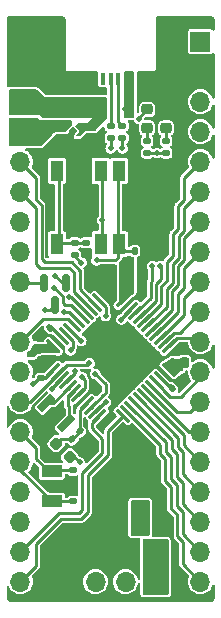
<source format=gtl>
G04 #@! TF.GenerationSoftware,KiCad,Pcbnew,7.0.10*
G04 #@! TF.CreationDate,2024-01-27T03:33:40-06:00*
G04 #@! TF.ProjectId,STM32H503CBT6,53544d33-3248-4353-9033-434254362e6b,rev?*
G04 #@! TF.SameCoordinates,Original*
G04 #@! TF.FileFunction,Copper,L1,Top*
G04 #@! TF.FilePolarity,Positive*
%FSLAX46Y46*%
G04 Gerber Fmt 4.6, Leading zero omitted, Abs format (unit mm)*
G04 Created by KiCad (PCBNEW 7.0.10) date 2024-01-27 03:33:40*
%MOMM*%
%LPD*%
G01*
G04 APERTURE LIST*
G04 Aperture macros list*
%AMRoundRect*
0 Rectangle with rounded corners*
0 $1 Rounding radius*
0 $2 $3 $4 $5 $6 $7 $8 $9 X,Y pos of 4 corners*
0 Add a 4 corners polygon primitive as box body*
4,1,4,$2,$3,$4,$5,$6,$7,$8,$9,$2,$3,0*
0 Add four circle primitives for the rounded corners*
1,1,$1+$1,$2,$3*
1,1,$1+$1,$4,$5*
1,1,$1+$1,$6,$7*
1,1,$1+$1,$8,$9*
0 Add four rect primitives between the rounded corners*
20,1,$1+$1,$2,$3,$4,$5,0*
20,1,$1+$1,$4,$5,$6,$7,0*
20,1,$1+$1,$6,$7,$8,$9,0*
20,1,$1+$1,$8,$9,$2,$3,0*%
%AMRotRect*
0 Rectangle, with rotation*
0 The origin of the aperture is its center*
0 $1 length*
0 $2 width*
0 $3 Rotation angle, in degrees counterclockwise*
0 Add horizontal line*
21,1,$1,$2,0,0,$3*%
%AMFreePoly0*
4,1,5,0.225000,-0.095000,-0.035000,-0.095000,-0.035000,0.095000,0.035000,0.095000,0.225000,-0.095000,0.225000,-0.095000,$1*%
%AMFreePoly1*
4,1,6,0.035000,-0.095000,-0.035000,-0.095000,-0.225000,-0.095000,-0.035000,0.095000,0.035000,0.095000,0.035000,-0.095000,0.035000,-0.095000,$1*%
G04 Aperture macros list end*
G04 #@! TA.AperFunction,SMDPad,CuDef*
%ADD10RotRect,0.600000X1.600000X315.000000*%
G04 #@! TD*
G04 #@! TA.AperFunction,SMDPad,CuDef*
%ADD11RoundRect,0.135000X-0.185000X0.135000X-0.185000X-0.135000X0.185000X-0.135000X0.185000X0.135000X0*%
G04 #@! TD*
G04 #@! TA.AperFunction,SMDPad,CuDef*
%ADD12RoundRect,0.140000X0.170000X-0.140000X0.170000X0.140000X-0.170000X0.140000X-0.170000X-0.140000X0*%
G04 #@! TD*
G04 #@! TA.AperFunction,SMDPad,CuDef*
%ADD13RoundRect,0.075000X-0.415425X-0.521491X0.521491X0.415425X0.415425X0.521491X-0.521491X-0.415425X0*%
G04 #@! TD*
G04 #@! TA.AperFunction,SMDPad,CuDef*
%ADD14RoundRect,0.075000X0.415425X-0.521491X0.521491X-0.415425X-0.415425X0.521491X-0.521491X0.415425X0*%
G04 #@! TD*
G04 #@! TA.AperFunction,SMDPad,CuDef*
%ADD15RoundRect,0.218750X-0.256250X0.218750X-0.256250X-0.218750X0.256250X-0.218750X0.256250X0.218750X0*%
G04 #@! TD*
G04 #@! TA.AperFunction,SMDPad,CuDef*
%ADD16FreePoly0,270.000000*%
G04 #@! TD*
G04 #@! TA.AperFunction,SMDPad,CuDef*
%ADD17R,0.200000X0.260000*%
G04 #@! TD*
G04 #@! TA.AperFunction,SMDPad,CuDef*
%ADD18RotRect,0.520000X0.520000X315.000000*%
G04 #@! TD*
G04 #@! TA.AperFunction,SMDPad,CuDef*
%ADD19FreePoly1,270.000000*%
G04 #@! TD*
G04 #@! TA.AperFunction,SMDPad,CuDef*
%ADD20FreePoly0,90.000000*%
G04 #@! TD*
G04 #@! TA.AperFunction,SMDPad,CuDef*
%ADD21FreePoly1,90.000000*%
G04 #@! TD*
G04 #@! TA.AperFunction,SMDPad,CuDef*
%ADD22RoundRect,0.140000X-0.170000X0.140000X-0.170000X-0.140000X0.170000X-0.140000X0.170000X0.140000X0*%
G04 #@! TD*
G04 #@! TA.AperFunction,SMDPad,CuDef*
%ADD23RoundRect,0.150000X-0.150000X0.587500X-0.150000X-0.587500X0.150000X-0.587500X0.150000X0.587500X0*%
G04 #@! TD*
G04 #@! TA.AperFunction,SMDPad,CuDef*
%ADD24RoundRect,0.112500X-0.187500X-0.112500X0.187500X-0.112500X0.187500X0.112500X-0.187500X0.112500X0*%
G04 #@! TD*
G04 #@! TA.AperFunction,SMDPad,CuDef*
%ADD25RoundRect,0.135000X0.185000X-0.135000X0.185000X0.135000X-0.185000X0.135000X-0.185000X-0.135000X0*%
G04 #@! TD*
G04 #@! TA.AperFunction,SMDPad,CuDef*
%ADD26RoundRect,0.140000X-0.219203X-0.021213X-0.021213X-0.219203X0.219203X0.021213X0.021213X0.219203X0*%
G04 #@! TD*
G04 #@! TA.AperFunction,SMDPad,CuDef*
%ADD27RoundRect,0.140000X-0.140000X-0.170000X0.140000X-0.170000X0.140000X0.170000X-0.140000X0.170000X0*%
G04 #@! TD*
G04 #@! TA.AperFunction,SMDPad,CuDef*
%ADD28R,1.100000X1.800000*%
G04 #@! TD*
G04 #@! TA.AperFunction,SMDPad,CuDef*
%ADD29R,1.800000X1.000000*%
G04 #@! TD*
G04 #@! TA.AperFunction,SMDPad,CuDef*
%ADD30RoundRect,0.140000X-0.021213X0.219203X-0.219203X0.021213X0.021213X-0.219203X0.219203X-0.021213X0*%
G04 #@! TD*
G04 #@! TA.AperFunction,SMDPad,CuDef*
%ADD31RoundRect,0.218750X0.335876X0.026517X0.026517X0.335876X-0.335876X-0.026517X-0.026517X-0.335876X0*%
G04 #@! TD*
G04 #@! TA.AperFunction,SMDPad,CuDef*
%ADD32RoundRect,0.140000X0.021213X-0.219203X0.219203X-0.021213X-0.021213X0.219203X-0.219203X0.021213X0*%
G04 #@! TD*
G04 #@! TA.AperFunction,SMDPad,CuDef*
%ADD33RoundRect,0.250000X0.250000X0.475000X-0.250000X0.475000X-0.250000X-0.475000X0.250000X-0.475000X0*%
G04 #@! TD*
G04 #@! TA.AperFunction,SMDPad,CuDef*
%ADD34R,0.400000X1.050000*%
G04 #@! TD*
G04 #@! TA.AperFunction,ComponentPad*
%ADD35O,1.400000X2.500000*%
G04 #@! TD*
G04 #@! TA.AperFunction,ComponentPad*
%ADD36O,1.300000X2.300000*%
G04 #@! TD*
G04 #@! TA.AperFunction,ComponentPad*
%ADD37R,1.700000X1.700000*%
G04 #@! TD*
G04 #@! TA.AperFunction,ComponentPad*
%ADD38O,1.700000X1.700000*%
G04 #@! TD*
G04 #@! TA.AperFunction,ViaPad*
%ADD39C,0.500000*%
G04 #@! TD*
G04 #@! TA.AperFunction,Conductor*
%ADD40C,0.250000*%
G04 #@! TD*
G04 APERTURE END LIST*
D10*
X88451472Y-88002944D03*
X89300000Y-88851472D03*
X90148528Y-89700000D03*
D11*
X93900000Y-64490000D03*
X93900000Y-65510000D03*
D12*
X99500000Y-84680000D03*
X99500000Y-83720000D03*
D13*
X89052675Y-85171573D03*
X89406229Y-85525127D03*
X89759782Y-85878680D03*
X90113336Y-86232234D03*
X90466889Y-86585787D03*
X90820442Y-86939340D03*
X91173996Y-87292894D03*
X91527549Y-87646447D03*
X91881102Y-88000000D03*
X92234656Y-88353554D03*
X92588209Y-88707107D03*
X92941763Y-89060661D03*
D14*
X94939339Y-89060661D03*
X95292893Y-88707107D03*
X95646446Y-88353554D03*
X96000000Y-88000000D03*
X96353553Y-87646447D03*
X96707106Y-87292894D03*
X97060660Y-86939340D03*
X97414213Y-86585787D03*
X97767766Y-86232234D03*
X98121320Y-85878680D03*
X98474873Y-85525127D03*
X98828427Y-85171573D03*
D13*
X98828427Y-83173997D03*
X98474873Y-82820443D03*
X98121320Y-82466890D03*
X97767766Y-82113336D03*
X97414213Y-81759783D03*
X97060660Y-81406230D03*
X96707106Y-81052676D03*
X96353553Y-80699123D03*
X96000000Y-80345570D03*
X95646446Y-79992016D03*
X95292893Y-79638463D03*
X94939339Y-79284909D03*
D14*
X92941763Y-79284909D03*
X92588209Y-79638463D03*
X92234656Y-79992016D03*
X91881102Y-80345570D03*
X91527549Y-80699123D03*
X91173996Y-81052676D03*
X90820442Y-81406230D03*
X90466889Y-81759783D03*
X90113336Y-82113336D03*
X89759782Y-82466890D03*
X89406229Y-82820443D03*
X89052675Y-83173997D03*
D15*
X98600000Y-63112500D03*
X98600000Y-64687500D03*
X97000000Y-63112500D03*
X97000000Y-64687500D03*
D16*
X90400000Y-64560000D03*
D17*
X90205000Y-64655000D03*
D18*
X90705000Y-64980000D03*
D17*
X90205000Y-65305000D03*
D19*
X90400000Y-65400000D03*
D17*
X91205000Y-65305000D03*
D20*
X91010000Y-65400000D03*
D21*
X91010000Y-64560000D03*
D17*
X91205000Y-64655000D03*
D22*
X90700000Y-95340000D03*
X90700000Y-96300000D03*
D23*
X98650000Y-98425000D03*
X96750000Y-98425000D03*
X97700000Y-100300000D03*
D24*
X93100000Y-63100000D03*
X95200000Y-63100000D03*
D25*
X90850000Y-75420000D03*
X90850000Y-74400000D03*
D22*
X92005000Y-64600000D03*
X92005000Y-65560000D03*
D26*
X90621178Y-91021178D03*
X91300000Y-91700000D03*
D22*
X88000000Y-83320000D03*
X88000000Y-84280000D03*
D12*
X90700000Y-94600000D03*
X90700000Y-93640000D03*
D27*
X95920000Y-75100000D03*
X96880000Y-75100000D03*
D28*
X89350000Y-74500000D03*
X89350000Y-68300000D03*
X93050000Y-74500000D03*
X93050000Y-68300000D03*
D26*
X91260589Y-90360589D03*
X91939411Y-91039411D03*
D28*
X98300000Y-68300000D03*
X98300000Y-74500000D03*
X94600000Y-68300000D03*
X94600000Y-74500000D03*
D29*
X88900000Y-96250000D03*
X88900000Y-93750000D03*
D25*
X94900000Y-65510000D03*
X94900000Y-64490000D03*
D30*
X99739411Y-86060589D03*
X99060589Y-86739411D03*
D25*
X97000000Y-66800000D03*
X97000000Y-65780000D03*
X98600000Y-66800000D03*
X98600000Y-65780000D03*
D22*
X89405000Y-64600000D03*
X89405000Y-65560000D03*
D31*
X90413694Y-92513694D03*
X89300000Y-91400000D03*
D32*
X88121178Y-82278822D03*
X88800000Y-81600000D03*
D23*
X90150000Y-77825000D03*
X88250000Y-77825000D03*
X89200000Y-79700000D03*
D11*
X91850000Y-74390000D03*
X91850000Y-75410000D03*
D33*
X95100000Y-77500000D03*
X93200000Y-77500000D03*
D34*
X95200000Y-60500000D03*
X94550000Y-60500000D03*
X93900000Y-60500000D03*
X93250000Y-60500000D03*
X92600000Y-60500000D03*
D35*
X98700000Y-59875000D03*
D36*
X98700000Y-56525000D03*
D35*
X89100000Y-59875000D03*
D36*
X89100000Y-56525000D03*
D12*
X88000000Y-85880000D03*
X88000000Y-84920000D03*
D37*
X90080000Y-103100000D03*
D38*
X92620000Y-103100000D03*
X95160000Y-103100000D03*
X97700000Y-103100000D03*
D37*
X101500000Y-57380000D03*
D38*
X101500000Y-59920000D03*
X101500000Y-62460000D03*
X101500000Y-65000000D03*
X101500000Y-67540000D03*
X101500000Y-70080000D03*
X101500000Y-72620000D03*
X101500000Y-75160000D03*
X101500000Y-77700000D03*
X101500000Y-80240000D03*
X101500000Y-82780000D03*
X101500000Y-85320000D03*
X101500000Y-87860000D03*
X101500000Y-90400000D03*
X101500000Y-92940000D03*
X101500000Y-95480000D03*
X101500000Y-98020000D03*
X101500000Y-100560000D03*
X101500000Y-103100000D03*
D37*
X86260000Y-57380000D03*
D38*
X86260000Y-59920000D03*
X86260000Y-62460000D03*
X86260000Y-65000000D03*
X86260000Y-67540000D03*
X86260000Y-70080000D03*
X86260000Y-72620000D03*
X86260000Y-75160000D03*
X86260000Y-77700000D03*
X86260000Y-80240000D03*
X86260000Y-82780000D03*
X86260000Y-85320000D03*
X86260000Y-87860000D03*
X86260000Y-90400000D03*
X86260000Y-92940000D03*
X86260000Y-95480000D03*
X86260000Y-98020000D03*
X86260000Y-100560000D03*
X86260000Y-103100000D03*
D39*
X97200000Y-61600000D03*
X90800000Y-66100000D03*
X89000000Y-95000000D03*
X90200000Y-100900000D03*
X96300000Y-82600000D03*
X91900000Y-61600000D03*
X89100000Y-66200000D03*
X97500000Y-84600000D03*
X89800000Y-95000000D03*
X90100000Y-66100000D03*
X96500000Y-61600000D03*
X89100000Y-92700000D03*
X91000000Y-100100000D03*
X96500000Y-60900000D03*
X96500000Y-78700000D03*
X91500000Y-72400000D03*
X97900000Y-98400000D03*
X98800000Y-72200000D03*
X91900000Y-60900000D03*
X91200000Y-61600000D03*
X97200000Y-60900000D03*
X89900000Y-84200000D03*
X90100000Y-66800000D03*
X90800000Y-66800000D03*
X88000000Y-66800000D03*
X95800000Y-86000000D03*
X98800000Y-71300000D03*
X85400000Y-89200000D03*
X91000000Y-100900000D03*
X91200000Y-60900000D03*
X86700000Y-89100000D03*
X89400000Y-66800000D03*
X92200000Y-77300000D03*
X89400000Y-100100000D03*
X92200000Y-78000000D03*
X92500000Y-86700000D03*
X92500000Y-91700000D03*
X100200000Y-83400000D03*
X93900000Y-78900000D03*
X89400000Y-100900000D03*
X93600000Y-82400000D03*
X92900000Y-81500000D03*
X90200000Y-100100000D03*
X92000000Y-92300000D03*
X91500000Y-70300000D03*
X88700000Y-66800000D03*
X94100000Y-87200000D03*
X92200000Y-66800000D03*
X92700000Y-83900000D03*
X91500000Y-66100000D03*
X91500000Y-66800000D03*
X96000000Y-97300000D03*
X96700000Y-96600000D03*
X89200000Y-77200000D03*
X87200000Y-83700000D03*
X96000000Y-96600000D03*
X93200000Y-72500000D03*
X87900000Y-65100000D03*
X87900000Y-65800000D03*
X91300000Y-93000000D03*
X88600000Y-64400000D03*
X96700000Y-97300000D03*
X96000000Y-98000000D03*
X95500000Y-76100000D03*
X87900000Y-64400000D03*
X94900000Y-76400000D03*
X88600000Y-65100000D03*
X100100000Y-84500000D03*
X97800000Y-66800000D03*
X87300000Y-86400000D03*
X88300000Y-80100000D03*
X92700000Y-75900000D03*
X91500000Y-85800000D03*
X88971911Y-86771911D03*
X90900000Y-85300000D03*
X96300000Y-63900000D03*
X92100000Y-84600000D03*
X93500000Y-80600000D03*
X94800000Y-80900000D03*
X90400596Y-79003501D03*
X89100000Y-78200000D03*
X89965717Y-80263792D03*
X90500000Y-83500000D03*
X92600000Y-85500000D03*
X93500000Y-87900000D03*
X93900000Y-66400000D03*
X97400000Y-76400000D03*
X98100000Y-76400000D03*
X94900000Y-66400000D03*
X91424431Y-76075569D03*
X91400000Y-82700000D03*
D40*
X98982051Y-86739411D02*
X99060589Y-86739411D01*
X98121320Y-85878680D02*
X98982051Y-86739411D01*
X88892892Y-81600000D02*
X88800000Y-81600000D01*
X89759782Y-82466890D02*
X88892892Y-81600000D01*
X98600000Y-66800000D02*
X97800000Y-66800000D01*
X97000000Y-66800000D02*
X97800000Y-66800000D01*
X90413694Y-92513694D02*
X90813694Y-92513694D01*
X93200000Y-72500000D02*
X93200000Y-74500000D01*
X90813694Y-92513694D02*
X91300000Y-93000000D01*
X90150000Y-77825000D02*
X89825000Y-77825000D01*
X89825000Y-77825000D02*
X89200000Y-77200000D01*
X93200000Y-68300000D02*
X93200000Y-72500000D01*
X88000000Y-85880000D02*
X87820000Y-85880000D01*
X88300000Y-80100000D02*
X88800000Y-80100000D01*
X87820000Y-85880000D02*
X87300000Y-86400000D01*
X89052675Y-85171573D02*
X88344248Y-85880000D01*
X88344248Y-85880000D02*
X88000000Y-85880000D01*
X88800000Y-80100000D02*
X89200000Y-79700000D01*
X89678822Y-91021178D02*
X89300000Y-91400000D01*
X91881102Y-88000000D02*
X91260589Y-88620513D01*
X91260589Y-90381767D02*
X90621178Y-91021178D01*
X90621178Y-91021178D02*
X89678822Y-91021178D01*
X91260589Y-90360589D02*
X91260589Y-90381767D01*
X91260589Y-88620513D02*
X91260589Y-90360589D01*
X94550000Y-75650000D02*
X94550000Y-74500000D01*
X95920000Y-75100000D02*
X95150000Y-75100000D01*
X91173996Y-87292894D02*
X91741933Y-86724957D01*
X92700000Y-75900000D02*
X94300000Y-75900000D01*
X91741933Y-86724957D02*
X91741933Y-86041933D01*
X95150000Y-75100000D02*
X94550000Y-74500000D01*
X91741933Y-86041933D02*
X91500000Y-85800000D01*
X94550000Y-68300000D02*
X94550000Y-74500000D01*
X94300000Y-75900000D02*
X94550000Y-75650000D01*
X89759782Y-85878680D02*
X88971911Y-86666551D01*
X87600000Y-91740000D02*
X87600000Y-92700000D01*
X87600000Y-92700000D02*
X88650000Y-93750000D01*
X86260000Y-90400000D02*
X87600000Y-91740000D01*
X88971911Y-86666551D02*
X88971911Y-86771911D01*
X89010000Y-93640000D02*
X88900000Y-93750000D01*
X90700000Y-93640000D02*
X89010000Y-93640000D01*
X90900000Y-85445570D02*
X90900000Y-85300000D01*
X86260000Y-93610000D02*
X86260000Y-92940000D01*
X90113336Y-86232234D02*
X90900000Y-85445570D01*
X90700000Y-96300000D02*
X88950000Y-96300000D01*
X88950000Y-96300000D02*
X88900000Y-96250000D01*
X88900000Y-96250000D02*
X86260000Y-93610000D01*
X88250000Y-77825000D02*
X86385000Y-77825000D01*
X86385000Y-77825000D02*
X86260000Y-77700000D01*
X98600000Y-65780000D02*
X98600000Y-64700000D01*
X90206356Y-84725000D02*
X91975000Y-84725000D01*
X89406229Y-85525127D02*
X87071356Y-87860000D01*
X96300000Y-63812500D02*
X97000000Y-63112500D01*
X91975000Y-84725000D02*
X92100000Y-84600000D01*
X89406229Y-85525127D02*
X90206356Y-84725000D01*
X87071356Y-87860000D02*
X86260000Y-87860000D01*
X96300000Y-63900000D02*
X96300000Y-63812500D01*
X97000000Y-65780000D02*
X97000000Y-64675000D01*
X93509700Y-80590300D02*
X93500000Y-80600000D01*
X93509700Y-79852846D02*
X93509700Y-80590300D01*
X92941763Y-79284909D02*
X93509700Y-79852846D01*
X95646446Y-79992016D02*
X94800000Y-80838462D01*
X94800000Y-80838462D02*
X94800000Y-80900000D01*
X91300000Y-76763604D02*
X90586396Y-76050000D01*
X92588209Y-79638463D02*
X91300000Y-78350254D01*
X90586396Y-76050000D02*
X88300000Y-76050000D01*
X87600000Y-70783604D02*
X87600000Y-68880000D01*
X88050000Y-71233604D02*
X87600000Y-70783604D01*
X88050000Y-75800000D02*
X88050000Y-71233604D01*
X91300000Y-78350254D02*
X91300000Y-76763604D01*
X87600000Y-68880000D02*
X86260000Y-67540000D01*
X88300000Y-76050000D02*
X88050000Y-75800000D01*
X87900000Y-76500000D02*
X87600000Y-76200000D01*
X90800000Y-78557360D02*
X90800000Y-76900000D01*
X87600000Y-76200000D02*
X87600000Y-71420000D01*
X90800000Y-76900000D02*
X90400000Y-76500000D01*
X90400000Y-76500000D02*
X87900000Y-76500000D01*
X87600000Y-71420000D02*
X86260000Y-70080000D01*
X92234656Y-79992016D02*
X90800000Y-78557360D01*
X90539033Y-79003501D02*
X90400596Y-79003501D01*
X91881102Y-80345570D02*
X90539033Y-79003501D01*
X89825000Y-79513792D02*
X89825000Y-79025000D01*
X91527549Y-80699123D02*
X90517218Y-79688792D01*
X89825000Y-79025000D02*
X89825000Y-78915749D01*
X89825000Y-78915749D02*
X89109251Y-78200000D01*
X89109251Y-78200000D02*
X89100000Y-78200000D01*
X90000000Y-79688792D02*
X89825000Y-79513792D01*
X90517218Y-79688792D02*
X90000000Y-79688792D01*
X90385112Y-80263792D02*
X89965717Y-80263792D01*
X91173996Y-81052676D02*
X90385112Y-80263792D01*
X88201708Y-80838292D02*
X90252504Y-80838292D01*
X90252504Y-80838292D02*
X90820442Y-81406230D01*
X86260000Y-82780000D02*
X88201708Y-80838292D01*
X90681273Y-82681273D02*
X90681273Y-83318727D01*
X90681273Y-83318727D02*
X90500000Y-83500000D01*
X90113336Y-82113336D02*
X90681273Y-82681273D01*
X93275000Y-87325000D02*
X93261827Y-87325000D01*
X93500000Y-87100000D02*
X93275000Y-87325000D01*
X92600000Y-85500000D02*
X93500000Y-86400000D01*
X93261827Y-87325000D02*
X92234656Y-88352171D01*
X92234656Y-88352171D02*
X92234656Y-88353554D01*
X93500000Y-86400000D02*
X93500000Y-87100000D01*
X92588209Y-88707107D02*
X93395316Y-87900000D01*
X93500000Y-87900000D02*
X93395316Y-87900000D01*
X92939339Y-89060661D02*
X92300000Y-89700000D01*
X92300000Y-90100000D02*
X93200000Y-91000000D01*
X92941763Y-89060661D02*
X92939339Y-89060661D01*
X93200000Y-91000000D02*
X93200000Y-92200000D01*
X89520000Y-97300000D02*
X86260000Y-100560000D01*
X91500000Y-97000000D02*
X91200000Y-97300000D01*
X91500000Y-93900000D02*
X91500000Y-97000000D01*
X93200000Y-92200000D02*
X91500000Y-93900000D01*
X91200000Y-97300000D02*
X89520000Y-97300000D01*
X92300000Y-89700000D02*
X92300000Y-90100000D01*
X92000000Y-97200000D02*
X92000000Y-94100000D01*
X93700000Y-92400000D02*
X93700000Y-90300000D01*
X92000000Y-94100000D02*
X93700000Y-92400000D01*
X86260000Y-103100000D02*
X87600000Y-101760000D01*
X89700000Y-97800000D02*
X91400000Y-97800000D01*
X87600000Y-99900000D02*
X89700000Y-97800000D01*
X93700000Y-90300000D02*
X94939339Y-89060661D01*
X91400000Y-97800000D02*
X92000000Y-97200000D01*
X87600000Y-101760000D02*
X87600000Y-99900000D01*
X93900000Y-66400000D02*
X93900000Y-65510000D01*
X96000000Y-80345570D02*
X97300000Y-79045570D01*
X97400497Y-77599503D02*
X97300000Y-77700000D01*
X97400000Y-77599006D02*
X97400497Y-77599503D01*
X97300000Y-79045570D02*
X97300000Y-77700000D01*
X97400000Y-76400000D02*
X97400000Y-77599006D01*
X96353553Y-80699123D02*
X97750000Y-79302676D01*
X94900000Y-66400000D02*
X94900000Y-65510000D01*
X97750000Y-77913604D02*
X98181802Y-77481802D01*
X98181802Y-77481802D02*
X98181802Y-76481802D01*
X98181802Y-76481802D02*
X98100000Y-76400000D01*
X97750000Y-79302676D02*
X97750000Y-77913604D01*
X98700000Y-77600000D02*
X98700000Y-76000000D01*
X100100000Y-68940000D02*
X101500000Y-67540000D01*
X99200000Y-73647208D02*
X99623604Y-73223604D01*
X99623604Y-71276396D02*
X100100000Y-70800000D01*
X99200000Y-75500000D02*
X99200000Y-73647208D01*
X99623604Y-73223604D02*
X99623604Y-71276396D01*
X98700000Y-76000000D02*
X99200000Y-75500000D01*
X98200000Y-79559782D02*
X98200000Y-78100000D01*
X98200000Y-78100000D02*
X98700000Y-77600000D01*
X96707106Y-81052676D02*
X98200000Y-79559782D01*
X100100000Y-70800000D02*
X100100000Y-68940000D01*
X98650000Y-78313604D02*
X99150000Y-77813604D01*
X97060660Y-81406230D02*
X98650000Y-79816890D01*
X99150000Y-76213604D02*
X99650000Y-75713604D01*
X99150000Y-77813604D02*
X99150000Y-76213604D01*
X100100000Y-73383604D02*
X100100000Y-71480000D01*
X98650000Y-79816890D02*
X98650000Y-78313604D01*
X99650000Y-73833604D02*
X100100000Y-73383604D01*
X100100000Y-71480000D02*
X101500000Y-70080000D01*
X99650000Y-75713604D02*
X99650000Y-73833604D01*
X99100000Y-80073996D02*
X99100000Y-78500000D01*
X99100000Y-78500000D02*
X99600000Y-78000000D01*
X100100000Y-74020000D02*
X101500000Y-72620000D01*
X97414213Y-81759783D02*
X99100000Y-80073996D01*
X99600000Y-78000000D02*
X99600000Y-76400000D01*
X99600000Y-76400000D02*
X100100000Y-75900000D01*
X100100000Y-75900000D02*
X100100000Y-74020000D01*
X99600000Y-78700000D02*
X100100000Y-78200000D01*
X97767766Y-82113336D02*
X99600000Y-80281102D01*
X99600000Y-80281102D02*
X99600000Y-78700000D01*
X100100000Y-78200000D02*
X100100000Y-76560000D01*
X100100000Y-76560000D02*
X101500000Y-75160000D01*
X100100000Y-80488210D02*
X100100000Y-79100000D01*
X100100000Y-79100000D02*
X101500000Y-77700000D01*
X98121320Y-82466890D02*
X100100000Y-80488210D01*
X99740000Y-82000000D02*
X99295316Y-82000000D01*
X98474873Y-82820443D02*
X99295316Y-82000000D01*
X101500000Y-80240000D02*
X99740000Y-82000000D01*
X98828427Y-83173997D02*
X99502424Y-82500000D01*
X101220000Y-82500000D02*
X101500000Y-82780000D01*
X99502424Y-82500000D02*
X101220000Y-82500000D01*
X98888436Y-87423614D02*
X98335704Y-86870882D01*
X101500000Y-85320000D02*
X101500000Y-85800000D01*
X99876386Y-87423614D02*
X98888436Y-87423614D01*
X101500000Y-85800000D02*
X99876386Y-87423614D01*
X98335704Y-86800172D02*
X97767766Y-86232234D01*
X98335704Y-86870882D02*
X98335704Y-86800172D01*
X97060660Y-86939340D02*
X100521320Y-90400000D01*
X100521320Y-90400000D02*
X101500000Y-90400000D01*
X101500000Y-92940000D02*
X100100000Y-91540000D01*
X100100000Y-90685788D02*
X96707106Y-87292894D01*
X100100000Y-91540000D02*
X100100000Y-90685788D01*
X99600000Y-91700000D02*
X100000000Y-92100000D01*
X100000000Y-93980000D02*
X100000000Y-92100000D01*
X101500000Y-95480000D02*
X100000000Y-93980000D01*
X99600000Y-90892894D02*
X99600000Y-91700000D01*
X96353553Y-87646447D02*
X99600000Y-90892894D01*
X99500000Y-92300000D02*
X99500000Y-94200000D01*
X99100000Y-91900000D02*
X99500000Y-92300000D01*
X99500000Y-94200000D02*
X100000000Y-94700000D01*
X100000000Y-94700000D02*
X100000000Y-96520000D01*
X100000000Y-96520000D02*
X101500000Y-98020000D01*
X96000000Y-88000000D02*
X99100000Y-91100000D01*
X99100000Y-91100000D02*
X99100000Y-91900000D01*
X101500000Y-100560000D02*
X100000000Y-99060000D01*
X99500000Y-96700000D02*
X99500000Y-94900000D01*
X99000000Y-92500000D02*
X98600000Y-92100000D01*
X98600000Y-91307108D02*
X95646446Y-88353554D01*
X100000000Y-97200000D02*
X99500000Y-96700000D01*
X98600000Y-92100000D02*
X98600000Y-91307108D01*
X99500000Y-94900000D02*
X99000000Y-94400000D01*
X99000000Y-94400000D02*
X99000000Y-92500000D01*
X100000000Y-99060000D02*
X100000000Y-97200000D01*
X100000000Y-101600000D02*
X101500000Y-103100000D01*
X99000000Y-96900000D02*
X99550000Y-97450000D01*
X100000000Y-99700000D02*
X100000000Y-101600000D01*
X98100000Y-92300000D02*
X98500000Y-92700000D01*
X99550000Y-97450000D02*
X99550000Y-99250000D01*
X98500000Y-94600000D02*
X99000000Y-95100000D01*
X98500000Y-92700000D02*
X98500000Y-94600000D01*
X95292893Y-88707107D02*
X98100000Y-91514214D01*
X99550000Y-99250000D02*
X100000000Y-99700000D01*
X98100000Y-91514214D02*
X98100000Y-92300000D01*
X99000000Y-95100000D02*
X99000000Y-96900000D01*
X93900000Y-60500000D02*
X93900000Y-64490000D01*
X94550000Y-60500000D02*
X94550000Y-64140000D01*
X94550000Y-64140000D02*
X94900000Y-64490000D01*
X90850000Y-74400000D02*
X89600000Y-74400000D01*
X91850000Y-74390000D02*
X90860000Y-74390000D01*
X90860000Y-74390000D02*
X90850000Y-74400000D01*
X89500000Y-68300000D02*
X89500000Y-74500000D01*
X89600000Y-74400000D02*
X89500000Y-74500000D01*
X90466889Y-81759783D02*
X90466889Y-81766889D01*
X90850000Y-75501138D02*
X91424431Y-76075569D01*
X90466889Y-81766889D02*
X91400000Y-82700000D01*
X90466889Y-86585787D02*
X89049732Y-88002944D01*
X89049732Y-88002944D02*
X88451472Y-88002944D01*
X90402817Y-88302817D02*
X90402817Y-89445711D01*
X90820442Y-86939340D02*
X90252505Y-87507277D01*
X90252505Y-88152505D02*
X90402817Y-88302817D01*
X90402817Y-89445711D02*
X90148528Y-89700000D01*
X90252505Y-87507277D02*
X90252505Y-88152505D01*
X100650000Y-88710000D02*
X101500000Y-87860000D01*
X97414213Y-86585787D02*
X99538426Y-88710000D01*
X99538426Y-88710000D02*
X100650000Y-88710000D01*
G04 #@! TA.AperFunction,Conductor*
G36*
X98759191Y-99518907D02*
G01*
X98795155Y-99568407D01*
X98800000Y-99599000D01*
X98800000Y-104101000D01*
X98781093Y-104159191D01*
X98731593Y-104195155D01*
X98701000Y-104200000D01*
X96699000Y-104200000D01*
X96640809Y-104181093D01*
X96604845Y-104131593D01*
X96600000Y-104101000D01*
X96600000Y-99599000D01*
X96618907Y-99540809D01*
X96668407Y-99504845D01*
X96699000Y-99500000D01*
X98701000Y-99500000D01*
X98759191Y-99518907D01*
G37*
G04 #@! TD.AperFunction*
G04 #@! TA.AperFunction,Conductor*
G36*
X94966606Y-89590461D02*
G01*
X94991661Y-89608664D01*
X95179142Y-89796145D01*
X95247270Y-89841668D01*
X95354764Y-89863049D01*
X95462259Y-89841668D01*
X95530386Y-89796146D01*
X95655991Y-89670539D01*
X95710508Y-89642762D01*
X95770940Y-89652333D01*
X95795999Y-89670539D01*
X97745504Y-91620044D01*
X97773281Y-91674561D01*
X97774500Y-91690048D01*
X97774500Y-92281465D01*
X97774123Y-92290094D01*
X97770736Y-92328805D01*
X97770736Y-92328806D01*
X97780795Y-92366350D01*
X97782664Y-92374779D01*
X97789411Y-92413045D01*
X97790164Y-92414348D01*
X97800054Y-92438224D01*
X97800443Y-92439679D01*
X97800446Y-92439685D01*
X97822732Y-92471512D01*
X97827371Y-92478793D01*
X97846806Y-92512455D01*
X97874919Y-92536045D01*
X97876569Y-92537429D01*
X97882938Y-92543264D01*
X98145504Y-92805830D01*
X98173281Y-92860347D01*
X98174500Y-92875834D01*
X98174500Y-94581465D01*
X98174123Y-94590094D01*
X98170736Y-94628805D01*
X98170736Y-94628806D01*
X98180795Y-94666350D01*
X98182664Y-94674779D01*
X98189411Y-94713045D01*
X98190164Y-94714348D01*
X98200054Y-94738224D01*
X98200443Y-94739679D01*
X98200446Y-94739685D01*
X98222732Y-94771512D01*
X98227372Y-94778795D01*
X98246806Y-94812455D01*
X98276569Y-94837429D01*
X98282938Y-94843264D01*
X98645504Y-95205830D01*
X98673281Y-95260347D01*
X98674500Y-95275834D01*
X98674500Y-96881465D01*
X98674123Y-96890094D01*
X98670736Y-96928807D01*
X98675150Y-96945282D01*
X98680795Y-96966350D01*
X98682664Y-96974779D01*
X98689411Y-97013045D01*
X98690164Y-97014348D01*
X98700054Y-97038224D01*
X98700443Y-97039679D01*
X98700446Y-97039685D01*
X98722732Y-97071512D01*
X98727372Y-97078795D01*
X98746806Y-97112455D01*
X98776569Y-97137429D01*
X98782938Y-97143264D01*
X99195504Y-97555830D01*
X99223281Y-97610347D01*
X99224500Y-97625834D01*
X99224500Y-99231465D01*
X99224123Y-99240094D01*
X99220736Y-99278805D01*
X99220736Y-99278806D01*
X99230795Y-99316350D01*
X99232664Y-99324779D01*
X99239411Y-99363045D01*
X99240164Y-99364348D01*
X99250054Y-99388224D01*
X99250443Y-99389679D01*
X99250446Y-99389685D01*
X99272732Y-99421512D01*
X99277372Y-99428795D01*
X99296806Y-99462455D01*
X99326569Y-99487429D01*
X99332938Y-99493264D01*
X99645504Y-99805830D01*
X99673281Y-99860347D01*
X99674500Y-99875834D01*
X99674500Y-101581465D01*
X99674123Y-101590094D01*
X99670736Y-101628805D01*
X99670736Y-101628806D01*
X99680795Y-101666350D01*
X99682664Y-101674779D01*
X99689411Y-101713045D01*
X99690164Y-101714348D01*
X99700054Y-101738224D01*
X99700443Y-101739679D01*
X99700446Y-101739685D01*
X99722732Y-101771512D01*
X99727371Y-101778793D01*
X99746806Y-101812455D01*
X99776569Y-101837429D01*
X99782938Y-101843264D01*
X100511497Y-102571824D01*
X100539274Y-102626341D01*
X100529703Y-102686773D01*
X100528803Y-102688496D01*
X100524770Y-102696040D01*
X100524768Y-102696045D01*
X100464699Y-102894065D01*
X100464698Y-102894070D01*
X100444417Y-103099996D01*
X100444417Y-103100003D01*
X100464698Y-103305929D01*
X100464699Y-103305934D01*
X100524768Y-103503954D01*
X100622316Y-103686452D01*
X100753585Y-103846404D01*
X100753590Y-103846410D01*
X100753595Y-103846414D01*
X100913547Y-103977683D01*
X100913548Y-103977683D01*
X100913550Y-103977685D01*
X101096046Y-104075232D01*
X101181003Y-104101003D01*
X101294065Y-104135300D01*
X101294070Y-104135301D01*
X101499997Y-104155583D01*
X101500000Y-104155583D01*
X101500003Y-104155583D01*
X101705929Y-104135301D01*
X101705934Y-104135300D01*
X101713045Y-104133143D01*
X101903954Y-104075232D01*
X102086450Y-103977685D01*
X102246410Y-103846410D01*
X102377685Y-103686450D01*
X102475232Y-103503954D01*
X102505763Y-103403304D01*
X102540748Y-103353108D01*
X102598556Y-103333062D01*
X102657107Y-103350823D01*
X102694036Y-103399607D01*
X102699500Y-103432043D01*
X102699500Y-104492209D01*
X102698281Y-104507698D01*
X102687293Y-104577066D01*
X102677722Y-104606521D01*
X102649420Y-104662068D01*
X102631214Y-104687128D01*
X102587128Y-104731214D01*
X102562068Y-104749420D01*
X102506521Y-104777722D01*
X102477066Y-104787293D01*
X102430135Y-104794727D01*
X102407694Y-104798281D01*
X102392209Y-104799500D01*
X85471043Y-104799500D01*
X85451721Y-104797596D01*
X85443453Y-104795950D01*
X85411359Y-104795947D01*
X85395878Y-104794727D01*
X85326506Y-104783735D01*
X85297051Y-104774163D01*
X85269272Y-104760008D01*
X85241495Y-104745853D01*
X85216440Y-104727649D01*
X85172350Y-104683559D01*
X85154146Y-104658504D01*
X85125834Y-104602944D01*
X85116265Y-104573497D01*
X85105271Y-104504120D01*
X85104052Y-104488637D01*
X85104049Y-104456546D01*
X85104048Y-104456543D01*
X85102404Y-104448277D01*
X85100500Y-104428956D01*
X85100500Y-103554443D01*
X85119407Y-103496252D01*
X85168907Y-103460288D01*
X85230093Y-103460288D01*
X85279593Y-103496252D01*
X85286810Y-103507774D01*
X85382316Y-103686452D01*
X85513585Y-103846404D01*
X85513590Y-103846410D01*
X85513595Y-103846414D01*
X85673547Y-103977683D01*
X85673548Y-103977683D01*
X85673550Y-103977685D01*
X85856046Y-104075232D01*
X85941003Y-104101003D01*
X86054065Y-104135300D01*
X86054070Y-104135301D01*
X86259997Y-104155583D01*
X86260000Y-104155583D01*
X86260003Y-104155583D01*
X86465929Y-104135301D01*
X86465934Y-104135300D01*
X86473045Y-104133143D01*
X86663954Y-104075232D01*
X86846450Y-103977685D01*
X87006410Y-103846410D01*
X87137685Y-103686450D01*
X87235232Y-103503954D01*
X87295300Y-103305934D01*
X87295301Y-103305929D01*
X87315583Y-103100003D01*
X91564417Y-103100003D01*
X91584698Y-103305929D01*
X91584699Y-103305934D01*
X91644768Y-103503954D01*
X91742316Y-103686452D01*
X91873585Y-103846404D01*
X91873590Y-103846410D01*
X91873595Y-103846414D01*
X92033547Y-103977683D01*
X92033548Y-103977683D01*
X92033550Y-103977685D01*
X92216046Y-104075232D01*
X92301003Y-104101003D01*
X92414065Y-104135300D01*
X92414070Y-104135301D01*
X92619997Y-104155583D01*
X92620000Y-104155583D01*
X92620003Y-104155583D01*
X92825929Y-104135301D01*
X92825934Y-104135300D01*
X92833045Y-104133143D01*
X93023954Y-104075232D01*
X93206450Y-103977685D01*
X93366410Y-103846410D01*
X93497685Y-103686450D01*
X93595232Y-103503954D01*
X93655300Y-103305934D01*
X93655301Y-103305929D01*
X93675583Y-103100003D01*
X94104417Y-103100003D01*
X94124698Y-103305929D01*
X94124699Y-103305934D01*
X94184768Y-103503954D01*
X94282316Y-103686452D01*
X94413585Y-103846404D01*
X94413590Y-103846410D01*
X94413595Y-103846414D01*
X94573547Y-103977683D01*
X94573548Y-103977683D01*
X94573550Y-103977685D01*
X94756046Y-104075232D01*
X94841003Y-104101003D01*
X94954065Y-104135300D01*
X94954070Y-104135301D01*
X95159997Y-104155583D01*
X95160000Y-104155583D01*
X95160003Y-104155583D01*
X95365929Y-104135301D01*
X95365934Y-104135300D01*
X95373045Y-104133143D01*
X95563954Y-104075232D01*
X95746450Y-103977685D01*
X95906410Y-103846410D01*
X96037685Y-103686450D01*
X96135232Y-103503954D01*
X96195300Y-103305934D01*
X96195301Y-103305929D01*
X96196977Y-103288914D01*
X96221497Y-103232857D01*
X96274283Y-103201918D01*
X96335174Y-103207915D01*
X96380911Y-103248558D01*
X96394500Y-103298618D01*
X96394500Y-104101000D01*
X96397030Y-104133144D01*
X96397372Y-104135301D01*
X96401883Y-104163793D01*
X96402646Y-104168281D01*
X96402647Y-104168286D01*
X96438591Y-104252382D01*
X96438592Y-104252383D01*
X96474556Y-104301883D01*
X96498797Y-104329628D01*
X96577307Y-104376536D01*
X96635498Y-104395443D01*
X96647552Y-104397352D01*
X96698996Y-104405500D01*
X96699000Y-104405500D01*
X98700993Y-104405500D01*
X98701000Y-104405500D01*
X98733144Y-104402970D01*
X98763737Y-104398125D01*
X98763748Y-104398123D01*
X98763793Y-104398116D01*
X98768281Y-104397353D01*
X98768280Y-104397353D01*
X98768287Y-104397352D01*
X98852383Y-104361408D01*
X98901883Y-104325444D01*
X98929628Y-104301203D01*
X98976536Y-104222693D01*
X98995443Y-104164502D01*
X99005500Y-104101000D01*
X99005500Y-99599000D01*
X99002970Y-99566856D01*
X98998125Y-99536263D01*
X98998116Y-99536206D01*
X98997353Y-99531714D01*
X98997352Y-99531713D01*
X98961408Y-99447617D01*
X98944545Y-99424407D01*
X98925444Y-99398117D01*
X98901203Y-99370372D01*
X98822693Y-99323464D01*
X98822691Y-99323463D01*
X98822689Y-99323462D01*
X98764499Y-99304556D01*
X98764500Y-99304556D01*
X98701003Y-99294500D01*
X98701000Y-99294500D01*
X97489466Y-99294500D01*
X97431275Y-99275593D01*
X97395311Y-99226093D01*
X97395311Y-99168472D01*
X97394535Y-99168286D01*
X97395311Y-99165053D01*
X97395311Y-99164907D01*
X97395313Y-99164903D01*
X97395443Y-99164501D01*
X97395443Y-99164500D01*
X97405500Y-99101003D01*
X97405500Y-96299006D01*
X97405500Y-96299000D01*
X97402970Y-96266856D01*
X97398125Y-96236263D01*
X97398116Y-96236206D01*
X97397353Y-96231714D01*
X97397352Y-96231713D01*
X97361408Y-96147617D01*
X97325444Y-96098117D01*
X97301203Y-96070372D01*
X97222693Y-96023464D01*
X97222691Y-96023463D01*
X97222689Y-96023462D01*
X97164499Y-96004556D01*
X97164500Y-96004556D01*
X97101003Y-95994500D01*
X97101000Y-95994500D01*
X95699000Y-95994500D01*
X95666856Y-95997030D01*
X95636206Y-96001883D01*
X95631718Y-96002646D01*
X95631713Y-96002647D01*
X95547617Y-96038591D01*
X95498118Y-96074555D01*
X95470372Y-96098797D01*
X95423464Y-96177307D01*
X95423462Y-96177310D01*
X95404556Y-96235499D01*
X95394500Y-96298996D01*
X95394500Y-96299000D01*
X95394500Y-99101000D01*
X95397030Y-99133143D01*
X95401883Y-99163793D01*
X95402646Y-99168281D01*
X95402647Y-99168286D01*
X95438591Y-99252382D01*
X95438592Y-99252383D01*
X95474556Y-99301883D01*
X95498797Y-99329628D01*
X95577307Y-99376536D01*
X95635498Y-99395443D01*
X95648198Y-99397454D01*
X95698996Y-99405500D01*
X95699000Y-99405500D01*
X96310534Y-99405500D01*
X96368725Y-99424407D01*
X96404689Y-99473907D01*
X96404689Y-99531527D01*
X96405465Y-99531714D01*
X96404689Y-99534946D01*
X96404689Y-99535093D01*
X96404687Y-99535097D01*
X96404556Y-99535498D01*
X96404556Y-99535499D01*
X96394500Y-99598996D01*
X96394500Y-102901381D01*
X96375593Y-102959572D01*
X96326093Y-102995536D01*
X96264907Y-102995536D01*
X96215407Y-102959572D01*
X96196977Y-102911085D01*
X96195301Y-102894071D01*
X96195300Y-102894065D01*
X96146936Y-102734631D01*
X96135232Y-102696046D01*
X96037685Y-102513550D01*
X95906410Y-102353590D01*
X95906404Y-102353585D01*
X95746452Y-102222316D01*
X95563954Y-102124768D01*
X95365934Y-102064699D01*
X95365929Y-102064698D01*
X95160003Y-102044417D01*
X95159997Y-102044417D01*
X94954070Y-102064698D01*
X94954065Y-102064699D01*
X94756045Y-102124768D01*
X94573547Y-102222316D01*
X94413595Y-102353585D01*
X94413585Y-102353595D01*
X94282316Y-102513547D01*
X94184768Y-102696045D01*
X94124699Y-102894065D01*
X94124698Y-102894070D01*
X94104417Y-103099996D01*
X94104417Y-103100003D01*
X93675583Y-103100003D01*
X93675583Y-103099996D01*
X93655301Y-102894070D01*
X93655300Y-102894065D01*
X93606936Y-102734631D01*
X93595232Y-102696046D01*
X93497685Y-102513550D01*
X93366410Y-102353590D01*
X93366404Y-102353585D01*
X93206452Y-102222316D01*
X93023954Y-102124768D01*
X92825934Y-102064699D01*
X92825929Y-102064698D01*
X92620003Y-102044417D01*
X92619997Y-102044417D01*
X92414070Y-102064698D01*
X92414065Y-102064699D01*
X92216045Y-102124768D01*
X92033547Y-102222316D01*
X91873595Y-102353585D01*
X91873585Y-102353595D01*
X91742316Y-102513547D01*
X91644768Y-102696045D01*
X91584699Y-102894065D01*
X91584698Y-102894070D01*
X91564417Y-103099996D01*
X91564417Y-103100003D01*
X87315583Y-103100003D01*
X87315583Y-103099996D01*
X87295301Y-102894070D01*
X87295300Y-102894065D01*
X87246936Y-102734631D01*
X87235232Y-102696046D01*
X87231196Y-102688496D01*
X87220439Y-102628265D01*
X87247140Y-102573213D01*
X87248453Y-102571872D01*
X87817072Y-102003253D01*
X87823431Y-101997428D01*
X87853194Y-101972455D01*
X87872624Y-101938799D01*
X87877252Y-101931532D01*
X87899554Y-101899684D01*
X87899942Y-101898236D01*
X87909838Y-101874345D01*
X87910586Y-101873048D01*
X87910585Y-101873048D01*
X87910588Y-101873045D01*
X87917341Y-101834743D01*
X87919198Y-101826366D01*
X87929263Y-101788807D01*
X87925877Y-101750102D01*
X87925500Y-101741474D01*
X87925500Y-100075834D01*
X87944407Y-100017643D01*
X87954496Y-100005830D01*
X89805831Y-98154496D01*
X89860348Y-98126719D01*
X89875835Y-98125500D01*
X91381466Y-98125500D01*
X91390094Y-98125876D01*
X91428807Y-98129264D01*
X91466354Y-98119202D01*
X91474784Y-98117334D01*
X91513045Y-98110588D01*
X91514345Y-98109838D01*
X91538236Y-98099942D01*
X91538464Y-98099880D01*
X91539684Y-98099554D01*
X91571533Y-98077251D01*
X91578779Y-98072635D01*
X91612455Y-98053194D01*
X91637443Y-98023413D01*
X91643254Y-98017070D01*
X92217066Y-97443258D01*
X92223425Y-97437433D01*
X92228053Y-97433550D01*
X92253194Y-97412455D01*
X92272635Y-97378779D01*
X92277251Y-97371533D01*
X92299554Y-97339684D01*
X92299942Y-97338236D01*
X92309838Y-97314345D01*
X92310586Y-97313048D01*
X92310585Y-97313048D01*
X92310588Y-97313045D01*
X92317341Y-97274743D01*
X92319198Y-97266366D01*
X92329263Y-97228807D01*
X92325877Y-97190102D01*
X92325500Y-97181474D01*
X92325500Y-94275833D01*
X92344407Y-94217642D01*
X92354490Y-94205835D01*
X93917066Y-92643258D01*
X93923425Y-92637433D01*
X93924306Y-92636694D01*
X93953194Y-92612455D01*
X93972635Y-92578779D01*
X93977251Y-92571533D01*
X93999554Y-92539684D01*
X93999942Y-92538236D01*
X94009838Y-92514345D01*
X94010588Y-92513045D01*
X94017334Y-92474784D01*
X94019204Y-92466348D01*
X94026351Y-92439679D01*
X94029264Y-92428807D01*
X94025877Y-92390094D01*
X94025500Y-92381465D01*
X94025500Y-90475833D01*
X94044407Y-90417642D01*
X94054490Y-90405835D01*
X94851659Y-89608665D01*
X94906174Y-89580890D01*
X94966606Y-89590461D01*
G37*
G04 #@! TD.AperFunction*
G04 #@! TA.AperFunction,Conductor*
G36*
X87439010Y-93008967D02*
G01*
X87469340Y-93029666D01*
X87770504Y-93330830D01*
X87798281Y-93385347D01*
X87799500Y-93400834D01*
X87799500Y-94269746D01*
X87799501Y-94269758D01*
X87809888Y-94321971D01*
X87811133Y-94328231D01*
X87855448Y-94394552D01*
X87921769Y-94438867D01*
X87966231Y-94447711D01*
X87980241Y-94450498D01*
X87980246Y-94450498D01*
X87980252Y-94450500D01*
X87980253Y-94450500D01*
X89819747Y-94450500D01*
X89819748Y-94450500D01*
X89878231Y-94438867D01*
X89944552Y-94394552D01*
X89988867Y-94328231D01*
X90000500Y-94269748D01*
X90000500Y-94064500D01*
X90019407Y-94006309D01*
X90068907Y-93970345D01*
X90099500Y-93965500D01*
X90192953Y-93965500D01*
X90251144Y-93984407D01*
X90262950Y-93994490D01*
X90331684Y-94063224D01*
X90440513Y-94113972D01*
X90490099Y-94120500D01*
X90909900Y-94120499D01*
X90959487Y-94113972D01*
X91033661Y-94079383D01*
X91094389Y-94071927D01*
X91147903Y-94101590D01*
X91173762Y-94157042D01*
X91174500Y-94169108D01*
X91174500Y-95770891D01*
X91155593Y-95829082D01*
X91106093Y-95865046D01*
X91044907Y-95865046D01*
X91033661Y-95860616D01*
X91027373Y-95857684D01*
X90959487Y-95826028D01*
X90909901Y-95819500D01*
X90909899Y-95819500D01*
X90490103Y-95819500D01*
X90490092Y-95819501D01*
X90440513Y-95826027D01*
X90440511Y-95826027D01*
X90331686Y-95876774D01*
X90331684Y-95876775D01*
X90331684Y-95876776D01*
X90262954Y-95945505D01*
X90208440Y-95973281D01*
X90192953Y-95974500D01*
X90099500Y-95974500D01*
X90041309Y-95955593D01*
X90005345Y-95906093D01*
X90000500Y-95875500D01*
X90000500Y-95730253D01*
X90000498Y-95730241D01*
X89997081Y-95713062D01*
X89988867Y-95671769D01*
X89944552Y-95605448D01*
X89925007Y-95592388D01*
X89878233Y-95561134D01*
X89878231Y-95561133D01*
X89878228Y-95561132D01*
X89878227Y-95561132D01*
X89819758Y-95549501D01*
X89819748Y-95549500D01*
X89819747Y-95549500D01*
X88700834Y-95549500D01*
X88642643Y-95530593D01*
X88630830Y-95520504D01*
X86968484Y-93858158D01*
X86940707Y-93803641D01*
X86950278Y-93743209D01*
X86975681Y-93711627D01*
X87006410Y-93686410D01*
X87137685Y-93526450D01*
X87235232Y-93343954D01*
X87295300Y-93145934D01*
X87295301Y-93145929D01*
X87300813Y-93089966D01*
X87325333Y-93033909D01*
X87378119Y-93002970D01*
X87439010Y-93008967D01*
G37*
G04 #@! TD.AperFunction*
G04 #@! TA.AperFunction,Conductor*
G36*
X88535647Y-86952776D02*
G01*
X88578912Y-86996041D01*
X88580754Y-86999857D01*
X88589026Y-87017968D01*
X88589029Y-87017974D01*
X88593477Y-87023107D01*
X88617293Y-87079467D01*
X88603433Y-87139062D01*
X88588660Y-87157939D01*
X87517915Y-88228686D01*
X87484787Y-88278266D01*
X87469227Y-88356496D01*
X87469227Y-88356497D01*
X87472322Y-88372057D01*
X87484787Y-88434728D01*
X87484787Y-88434729D01*
X87517915Y-88484307D01*
X87970108Y-88936500D01*
X88019686Y-88969628D01*
X88032665Y-88972209D01*
X88097919Y-88985189D01*
X88176150Y-88969628D01*
X88225730Y-88936500D01*
X88804790Y-88357440D01*
X88859307Y-88329663D01*
X88874794Y-88328444D01*
X89031198Y-88328444D01*
X89039826Y-88328820D01*
X89078539Y-88332208D01*
X89116086Y-88322146D01*
X89124516Y-88320278D01*
X89162777Y-88313532D01*
X89164077Y-88312782D01*
X89187968Y-88302886D01*
X89188196Y-88302824D01*
X89189416Y-88302498D01*
X89221265Y-88280195D01*
X89228511Y-88275579D01*
X89262187Y-88256138D01*
X89287175Y-88226357D01*
X89292998Y-88220003D01*
X89758002Y-87755000D01*
X89812518Y-87727223D01*
X89872950Y-87736794D01*
X89916215Y-87780059D01*
X89927005Y-87825004D01*
X89927005Y-88133970D01*
X89926628Y-88142599D01*
X89923603Y-88177179D01*
X89923241Y-88181312D01*
X89924012Y-88184188D01*
X89933300Y-88218855D01*
X89935169Y-88227284D01*
X89941916Y-88265550D01*
X89942669Y-88266853D01*
X89952559Y-88290729D01*
X89952948Y-88292184D01*
X89952951Y-88292190D01*
X89975237Y-88324017D01*
X89979877Y-88331300D01*
X89999311Y-88364961D01*
X90029080Y-88389940D01*
X90035448Y-88395774D01*
X90048321Y-88408647D01*
X90076098Y-88463164D01*
X90077317Y-88478651D01*
X90077317Y-89022389D01*
X90058410Y-89080580D01*
X90048321Y-89092393D01*
X89214969Y-89925745D01*
X89181843Y-89975322D01*
X89166283Y-90053552D01*
X89181843Y-90131784D01*
X89181843Y-90131785D01*
X89214971Y-90181363D01*
X89524338Y-90490730D01*
X89552115Y-90545247D01*
X89542544Y-90605679D01*
X89499279Y-90648944D01*
X89438847Y-90658515D01*
X89423743Y-90654889D01*
X89392920Y-90644874D01*
X89392919Y-90644874D01*
X89260114Y-90644874D01*
X89229291Y-90654889D01*
X89133806Y-90685913D01*
X89053399Y-90744333D01*
X88644333Y-91153399D01*
X88585913Y-91233806D01*
X88558553Y-91318012D01*
X88544874Y-91360114D01*
X88544874Y-91492919D01*
X88567061Y-91561203D01*
X88585913Y-91619226D01*
X88644333Y-91699633D01*
X88644335Y-91699635D01*
X88644338Y-91699639D01*
X89000361Y-92055662D01*
X89000364Y-92055664D01*
X89000366Y-92055666D01*
X89080773Y-92114086D01*
X89080774Y-92114086D01*
X89080775Y-92114087D01*
X89207081Y-92155126D01*
X89207083Y-92155126D01*
X89339884Y-92155126D01*
X89339886Y-92155126D01*
X89466192Y-92114087D01*
X89546606Y-92055662D01*
X89955662Y-91646606D01*
X90014087Y-91566192D01*
X90055126Y-91439886D01*
X90055126Y-91439877D01*
X90056345Y-91432188D01*
X90059354Y-91432664D01*
X90074033Y-91387487D01*
X90123533Y-91351523D01*
X90154126Y-91346678D01*
X90183715Y-91346678D01*
X90241906Y-91365585D01*
X90253718Y-91375674D01*
X90333628Y-91455583D01*
X90387409Y-91509364D01*
X90427088Y-91539812D01*
X90500519Y-91566538D01*
X90539118Y-91596696D01*
X90554217Y-91585727D01*
X90584810Y-91580881D01*
X90660003Y-91580881D01*
X90660004Y-91580881D01*
X90772842Y-91539812D01*
X90812520Y-91509365D01*
X91109364Y-91212520D01*
X91139812Y-91172842D01*
X91180881Y-91060004D01*
X91180881Y-91019292D01*
X91199788Y-90961101D01*
X91249288Y-90925137D01*
X91279881Y-90920292D01*
X91299414Y-90920292D01*
X91299415Y-90920292D01*
X91412253Y-90879223D01*
X91451931Y-90848776D01*
X91748775Y-90551931D01*
X91779223Y-90512253D01*
X91820292Y-90399415D01*
X91820292Y-90296385D01*
X91839199Y-90238194D01*
X91855223Y-90226551D01*
X91849232Y-90227075D01*
X91796790Y-90195555D01*
X91783410Y-90172836D01*
X91782864Y-90173136D01*
X91779223Y-90166499D01*
X91752585Y-90131784D01*
X91748776Y-90126820D01*
X91684520Y-90062564D01*
X91615085Y-89993128D01*
X91587308Y-89938612D01*
X91586089Y-89923125D01*
X91586089Y-89230200D01*
X91604996Y-89172009D01*
X91654496Y-89136045D01*
X91704402Y-89133102D01*
X91711735Y-89134560D01*
X91711736Y-89134561D01*
X91726483Y-89137494D01*
X91779867Y-89167390D01*
X91804267Y-89215274D01*
X91807201Y-89230024D01*
X91807203Y-89230029D01*
X91852723Y-89298153D01*
X91988836Y-89434265D01*
X92016614Y-89488782D01*
X92007043Y-89549214D01*
X92000701Y-89559770D01*
X92000442Y-89560324D01*
X92000051Y-89561786D01*
X91990170Y-89585640D01*
X91989414Y-89586948D01*
X91989410Y-89586960D01*
X91982662Y-89625223D01*
X91980794Y-89633649D01*
X91970736Y-89671187D01*
X91970736Y-89671194D01*
X91974123Y-89709904D01*
X91974500Y-89718533D01*
X91974500Y-90081465D01*
X91974123Y-90090094D01*
X91969981Y-90137436D01*
X91966642Y-90137143D01*
X91956368Y-90181617D01*
X91932649Y-90202230D01*
X91949885Y-90202230D01*
X91999385Y-90238194D01*
X92000388Y-90239601D01*
X92022732Y-90271512D01*
X92027371Y-90278793D01*
X92046806Y-90312455D01*
X92054049Y-90318533D01*
X92076569Y-90337429D01*
X92082938Y-90343264D01*
X92845504Y-91105830D01*
X92873281Y-91160347D01*
X92874500Y-91175834D01*
X92874500Y-92024166D01*
X92855593Y-92082357D01*
X92845504Y-92094170D01*
X91918180Y-93021493D01*
X91863663Y-93049270D01*
X91803231Y-93039699D01*
X91759966Y-92996434D01*
X91750184Y-92965577D01*
X91736698Y-92871775D01*
X91682882Y-92753938D01*
X91682882Y-92753937D01*
X91598049Y-92656033D01*
X91598048Y-92656032D01*
X91598047Y-92656031D01*
X91489073Y-92585998D01*
X91489070Y-92585996D01*
X91489069Y-92585996D01*
X91489066Y-92585995D01*
X91364774Y-92549500D01*
X91364772Y-92549500D01*
X91350834Y-92549500D01*
X91292643Y-92530593D01*
X91280830Y-92520504D01*
X91179714Y-92419388D01*
X91155564Y-92379978D01*
X91127781Y-92294469D01*
X91124602Y-92290094D01*
X91069360Y-92214060D01*
X91069358Y-92214058D01*
X91069356Y-92214055D01*
X90713333Y-91858032D01*
X90713329Y-91858029D01*
X90713327Y-91858027D01*
X90632920Y-91799607D01*
X90592873Y-91786595D01*
X90554217Y-91774035D01*
X90511424Y-91742944D01*
X90493948Y-91754733D01*
X90466659Y-91758568D01*
X90373808Y-91758568D01*
X90331706Y-91772247D01*
X90247500Y-91799607D01*
X90167093Y-91858027D01*
X89758027Y-92267093D01*
X89699607Y-92347500D01*
X89676250Y-92419388D01*
X89658568Y-92473808D01*
X89658568Y-92606613D01*
X89677700Y-92665496D01*
X89699607Y-92732920D01*
X89758027Y-92813327D01*
X89758029Y-92813329D01*
X89758032Y-92813333D01*
X89825197Y-92880498D01*
X89852973Y-92935013D01*
X89843402Y-92995445D01*
X89800137Y-93038710D01*
X89755192Y-93049500D01*
X88450835Y-93049500D01*
X88392644Y-93030593D01*
X88380831Y-93020504D01*
X87954496Y-92594169D01*
X87926719Y-92539652D01*
X87925500Y-92524165D01*
X87925500Y-91758524D01*
X87925877Y-91749895D01*
X87929263Y-91711193D01*
X87923597Y-91690048D01*
X87919201Y-91673642D01*
X87917335Y-91665224D01*
X87910588Y-91626954D01*
X87909840Y-91625659D01*
X87899942Y-91601767D01*
X87899554Y-91600316D01*
X87877257Y-91568473D01*
X87872626Y-91561203D01*
X87860276Y-91539812D01*
X87853194Y-91527545D01*
X87823434Y-91502573D01*
X87817066Y-91496739D01*
X87248502Y-90928175D01*
X87220725Y-90873658D01*
X87230296Y-90813226D01*
X87231154Y-90811582D01*
X87235232Y-90803954D01*
X87295300Y-90605934D01*
X87295301Y-90605929D01*
X87315583Y-90400003D01*
X87315583Y-90399996D01*
X87295301Y-90194070D01*
X87295300Y-90194065D01*
X87263761Y-90090094D01*
X87235232Y-89996046D01*
X87137685Y-89813550D01*
X87123401Y-89796145D01*
X87006414Y-89653595D01*
X87006410Y-89653590D01*
X86982112Y-89633649D01*
X86846452Y-89522316D01*
X86663954Y-89424768D01*
X86465934Y-89364699D01*
X86465929Y-89364698D01*
X86260003Y-89344417D01*
X86259997Y-89344417D01*
X86054070Y-89364698D01*
X86054065Y-89364699D01*
X85856045Y-89424768D01*
X85673547Y-89522316D01*
X85513595Y-89653585D01*
X85513585Y-89653595D01*
X85382316Y-89813547D01*
X85286810Y-89992225D01*
X85242704Y-90034631D01*
X85182095Y-90043014D01*
X85128135Y-90014171D01*
X85101434Y-89959120D01*
X85100500Y-89945556D01*
X85100500Y-88314443D01*
X85119407Y-88256252D01*
X85168907Y-88220288D01*
X85230093Y-88220288D01*
X85279593Y-88256252D01*
X85286808Y-88267772D01*
X85319891Y-88329663D01*
X85382316Y-88446452D01*
X85463796Y-88545736D01*
X85513590Y-88606410D01*
X85513595Y-88606414D01*
X85673547Y-88737683D01*
X85673548Y-88737683D01*
X85673550Y-88737685D01*
X85856046Y-88835232D01*
X85993997Y-88877078D01*
X86054065Y-88895300D01*
X86054070Y-88895301D01*
X86259997Y-88915583D01*
X86260000Y-88915583D01*
X86260003Y-88915583D01*
X86465929Y-88895301D01*
X86465934Y-88895300D01*
X86470665Y-88893865D01*
X86663954Y-88835232D01*
X86846450Y-88737685D01*
X87006410Y-88606410D01*
X87137685Y-88446450D01*
X87235232Y-88263954D01*
X87273472Y-88137888D01*
X87292367Y-88102996D01*
X87308796Y-88083416D01*
X87314610Y-88077070D01*
X88420700Y-86970980D01*
X88475215Y-86943205D01*
X88535647Y-86952776D01*
G37*
G04 #@! TD.AperFunction*
G04 #@! TA.AperFunction,Conductor*
G36*
X102404125Y-55201720D02*
G01*
X102473487Y-55212712D01*
X102502941Y-55222284D01*
X102558485Y-55250590D01*
X102583541Y-55268796D01*
X102627621Y-55312880D01*
X102645825Y-55337938D01*
X102674125Y-55393485D01*
X102683695Y-55422940D01*
X102694728Y-55492600D01*
X102695947Y-55508087D01*
X102695947Y-55539882D01*
X102695948Y-55539884D01*
X102697598Y-55548179D01*
X102699500Y-55567494D01*
X102699500Y-56365814D01*
X102680593Y-56424005D01*
X102631093Y-56459969D01*
X102569907Y-56459969D01*
X102520407Y-56424005D01*
X102518185Y-56420817D01*
X102494552Y-56385448D01*
X102494548Y-56385445D01*
X102428233Y-56341134D01*
X102428231Y-56341133D01*
X102428228Y-56341132D01*
X102428227Y-56341132D01*
X102369758Y-56329501D01*
X102369748Y-56329500D01*
X100630252Y-56329500D01*
X100630251Y-56329500D01*
X100630241Y-56329501D01*
X100571772Y-56341132D01*
X100571766Y-56341134D01*
X100505451Y-56385445D01*
X100505445Y-56385451D01*
X100461134Y-56451766D01*
X100461132Y-56451772D01*
X100449501Y-56510241D01*
X100449500Y-56510253D01*
X100449500Y-58249746D01*
X100449501Y-58249758D01*
X100461132Y-58308227D01*
X100461134Y-58308233D01*
X100505445Y-58374548D01*
X100505448Y-58374552D01*
X100571769Y-58418867D01*
X100616231Y-58427711D01*
X100630241Y-58430498D01*
X100630246Y-58430498D01*
X100630252Y-58430500D01*
X100630253Y-58430500D01*
X102369747Y-58430500D01*
X102369748Y-58430500D01*
X102428231Y-58418867D01*
X102494552Y-58374552D01*
X102518185Y-58339182D01*
X102566235Y-58301304D01*
X102627373Y-58298902D01*
X102678247Y-58332895D01*
X102699424Y-58390299D01*
X102699500Y-58394185D01*
X102699500Y-62127956D01*
X102680593Y-62186147D01*
X102631093Y-62222111D01*
X102569907Y-62222111D01*
X102520407Y-62186147D01*
X102505763Y-62156694D01*
X102497045Y-62127956D01*
X102475232Y-62056046D01*
X102377685Y-61873550D01*
X102361387Y-61853691D01*
X102246414Y-61713595D01*
X102246410Y-61713590D01*
X102246404Y-61713585D01*
X102086452Y-61582316D01*
X101903954Y-61484768D01*
X101705934Y-61424699D01*
X101705929Y-61424698D01*
X101500003Y-61404417D01*
X101499997Y-61404417D01*
X101294070Y-61424698D01*
X101294065Y-61424699D01*
X101096045Y-61484768D01*
X100913547Y-61582316D01*
X100753595Y-61713585D01*
X100753585Y-61713595D01*
X100622316Y-61873547D01*
X100524768Y-62056045D01*
X100464699Y-62254065D01*
X100464698Y-62254070D01*
X100444417Y-62459996D01*
X100444417Y-62460003D01*
X100464698Y-62665929D01*
X100464699Y-62665934D01*
X100524768Y-62863954D01*
X100622316Y-63046452D01*
X100753585Y-63206404D01*
X100753590Y-63206410D01*
X100753595Y-63206414D01*
X100913547Y-63337683D01*
X100913548Y-63337683D01*
X100913550Y-63337685D01*
X101096046Y-63435232D01*
X101233997Y-63477078D01*
X101294065Y-63495300D01*
X101294070Y-63495301D01*
X101499997Y-63515583D01*
X101500000Y-63515583D01*
X101500003Y-63515583D01*
X101705929Y-63495301D01*
X101705934Y-63495300D01*
X101725100Y-63489486D01*
X101903954Y-63435232D01*
X102086450Y-63337685D01*
X102246410Y-63206410D01*
X102377685Y-63046450D01*
X102475232Y-62863954D01*
X102505763Y-62763304D01*
X102540748Y-62713108D01*
X102598556Y-62693062D01*
X102657107Y-62710823D01*
X102694036Y-62759607D01*
X102699500Y-62792043D01*
X102699500Y-64667956D01*
X102680593Y-64726147D01*
X102631093Y-64762111D01*
X102569907Y-64762111D01*
X102520407Y-64726147D01*
X102505763Y-64696694D01*
X102495941Y-64664316D01*
X102475232Y-64596046D01*
X102377685Y-64413550D01*
X102315338Y-64337580D01*
X102246414Y-64253595D01*
X102246410Y-64253590D01*
X102246404Y-64253585D01*
X102086452Y-64122316D01*
X101903954Y-64024768D01*
X101705934Y-63964699D01*
X101705929Y-63964698D01*
X101500003Y-63944417D01*
X101499997Y-63944417D01*
X101294070Y-63964698D01*
X101294065Y-63964699D01*
X101096045Y-64024768D01*
X100913547Y-64122316D01*
X100753595Y-64253585D01*
X100753585Y-64253595D01*
X100622316Y-64413547D01*
X100524768Y-64596045D01*
X100464699Y-64794065D01*
X100464698Y-64794070D01*
X100444417Y-64999996D01*
X100444417Y-65000003D01*
X100464698Y-65205929D01*
X100464699Y-65205934D01*
X100524768Y-65403954D01*
X100622316Y-65586452D01*
X100742728Y-65733175D01*
X100753590Y-65746410D01*
X100753595Y-65746414D01*
X100913547Y-65877683D01*
X100913548Y-65877683D01*
X100913550Y-65877685D01*
X101096046Y-65975232D01*
X101219685Y-66012737D01*
X101294065Y-66035300D01*
X101294070Y-66035301D01*
X101499997Y-66055583D01*
X101500000Y-66055583D01*
X101500003Y-66055583D01*
X101705929Y-66035301D01*
X101705934Y-66035300D01*
X101903954Y-65975232D01*
X102086450Y-65877685D01*
X102246410Y-65746410D01*
X102377685Y-65586450D01*
X102475232Y-65403954D01*
X102505763Y-65303304D01*
X102540748Y-65253108D01*
X102598556Y-65233062D01*
X102657107Y-65250823D01*
X102694036Y-65299607D01*
X102699500Y-65332043D01*
X102699500Y-67207956D01*
X102680593Y-67266147D01*
X102631093Y-67302111D01*
X102569907Y-67302111D01*
X102520407Y-67266147D01*
X102505763Y-67236694D01*
X102498899Y-67214066D01*
X102475232Y-67136046D01*
X102377685Y-66953550D01*
X102246410Y-66793590D01*
X102185944Y-66743967D01*
X102086452Y-66662316D01*
X101903954Y-66564768D01*
X101705934Y-66504699D01*
X101705929Y-66504698D01*
X101500003Y-66484417D01*
X101499997Y-66484417D01*
X101294070Y-66504698D01*
X101294065Y-66504699D01*
X101096045Y-66564768D01*
X100913547Y-66662316D01*
X100753595Y-66793585D01*
X100753585Y-66793595D01*
X100622316Y-66953547D01*
X100524768Y-67136045D01*
X100464699Y-67334065D01*
X100464698Y-67334070D01*
X100444417Y-67539996D01*
X100444417Y-67540003D01*
X100464698Y-67745929D01*
X100464699Y-67745934D01*
X100502954Y-67872043D01*
X100524768Y-67943954D01*
X100528802Y-67951501D01*
X100539560Y-68011732D01*
X100512860Y-68066785D01*
X100511497Y-68068175D01*
X99882940Y-68696732D01*
X99876574Y-68702564D01*
X99846807Y-68727542D01*
X99846805Y-68727544D01*
X99827371Y-68761205D01*
X99822740Y-68768475D01*
X99800446Y-68800316D01*
X99800446Y-68800317D01*
X99800442Y-68800324D01*
X99800051Y-68801786D01*
X99790170Y-68825640D01*
X99789414Y-68826948D01*
X99789410Y-68826960D01*
X99782662Y-68865223D01*
X99780794Y-68873649D01*
X99770736Y-68911187D01*
X99770736Y-68911194D01*
X99774123Y-68949904D01*
X99774500Y-68958533D01*
X99774500Y-70624166D01*
X99755593Y-70682357D01*
X99745503Y-70694170D01*
X99406550Y-71033122D01*
X99400185Y-71038954D01*
X99370411Y-71063938D01*
X99370409Y-71063940D01*
X99350975Y-71097601D01*
X99346344Y-71104871D01*
X99324050Y-71136712D01*
X99324050Y-71136713D01*
X99324046Y-71136720D01*
X99323655Y-71138182D01*
X99313774Y-71162036D01*
X99313018Y-71163344D01*
X99313014Y-71163356D01*
X99306266Y-71201619D01*
X99304398Y-71210045D01*
X99294340Y-71247583D01*
X99294340Y-71247590D01*
X99297727Y-71286300D01*
X99298104Y-71294929D01*
X99298104Y-73047770D01*
X99279197Y-73105961D01*
X99269107Y-73117774D01*
X98982946Y-73403934D01*
X98976581Y-73409766D01*
X98946807Y-73434750D01*
X98946805Y-73434752D01*
X98927371Y-73468413D01*
X98922740Y-73475683D01*
X98900446Y-73507524D01*
X98900446Y-73507525D01*
X98900442Y-73507532D01*
X98900051Y-73508994D01*
X98890170Y-73532848D01*
X98889414Y-73534156D01*
X98889410Y-73534168D01*
X98882662Y-73572431D01*
X98880794Y-73580857D01*
X98870736Y-73618395D01*
X98870736Y-73618402D01*
X98874123Y-73657112D01*
X98874500Y-73665741D01*
X98874500Y-75324166D01*
X98855593Y-75382357D01*
X98845503Y-75394170D01*
X98482946Y-75756726D01*
X98476581Y-75762558D01*
X98446807Y-75787542D01*
X98446805Y-75787544D01*
X98427371Y-75821205D01*
X98422740Y-75828475D01*
X98400446Y-75860316D01*
X98400446Y-75860317D01*
X98400442Y-75860324D01*
X98400051Y-75861786D01*
X98390170Y-75885640D01*
X98389414Y-75886948D01*
X98389410Y-75886961D01*
X98387082Y-75900162D01*
X98358356Y-75954185D01*
X98303362Y-75981005D01*
X98261697Y-75977958D01*
X98164777Y-75949501D01*
X98164773Y-75949500D01*
X98164772Y-75949500D01*
X98035228Y-75949500D01*
X98035225Y-75949500D01*
X97910933Y-75985995D01*
X97910926Y-75985998D01*
X97803523Y-76055022D01*
X97744348Y-76070577D01*
X97696477Y-76055022D01*
X97589073Y-75985998D01*
X97589070Y-75985996D01*
X97589069Y-75985996D01*
X97572071Y-75981005D01*
X97464774Y-75949500D01*
X97464772Y-75949500D01*
X97335228Y-75949500D01*
X97335225Y-75949500D01*
X97210933Y-75985995D01*
X97210926Y-75985998D01*
X97101952Y-76056031D01*
X97017117Y-76153938D01*
X96963302Y-76271774D01*
X96944867Y-76399997D01*
X96944867Y-76400002D01*
X96963302Y-76528225D01*
X97007667Y-76625369D01*
X97017118Y-76646063D01*
X97050000Y-76684011D01*
X97050320Y-76684380D01*
X97074137Y-76740740D01*
X97074500Y-76749211D01*
X97074500Y-77418507D01*
X97055593Y-77476698D01*
X97051340Y-77482141D01*
X97046805Y-77487545D01*
X97027371Y-77521205D01*
X97022740Y-77528475D01*
X97000446Y-77560316D01*
X97000446Y-77560317D01*
X97000442Y-77560324D01*
X97000051Y-77561786D01*
X96990170Y-77585640D01*
X96989414Y-77586948D01*
X96989410Y-77586960D01*
X96982662Y-77625223D01*
X96980794Y-77633649D01*
X96970736Y-77671187D01*
X96970736Y-77671194D01*
X96974123Y-77709904D01*
X96974500Y-77718533D01*
X96974500Y-78869735D01*
X96955593Y-78927926D01*
X96945503Y-78939739D01*
X96503104Y-79382137D01*
X96448588Y-79409914D01*
X96388156Y-79400343D01*
X96363103Y-79382141D01*
X96237493Y-79256532D01*
X96169366Y-79211009D01*
X96169363Y-79211008D01*
X96061871Y-79189628D01*
X95954376Y-79211008D01*
X95886249Y-79256530D01*
X94910959Y-80231822D01*
X94865436Y-80299950D01*
X94863957Y-80303522D01*
X94842500Y-80335634D01*
X94743761Y-80434373D01*
X94701649Y-80459359D01*
X94610931Y-80485996D01*
X94610926Y-80485998D01*
X94501952Y-80556031D01*
X94417117Y-80653938D01*
X94363302Y-80771774D01*
X94344867Y-80899997D01*
X94344867Y-80900002D01*
X94363302Y-81028225D01*
X94373475Y-81050500D01*
X94417118Y-81146063D01*
X94501951Y-81243967D01*
X94501952Y-81243968D01*
X94573843Y-81290169D01*
X94610931Y-81314004D01*
X94735228Y-81350500D01*
X94735230Y-81350500D01*
X94864770Y-81350500D01*
X94864772Y-81350500D01*
X94989069Y-81314004D01*
X95098049Y-81243967D01*
X95182882Y-81146063D01*
X95214907Y-81075938D01*
X95256277Y-81030863D01*
X95316244Y-81018712D01*
X95371900Y-81044130D01*
X95374933Y-81047035D01*
X95408953Y-81081054D01*
X95477080Y-81126577D01*
X95477082Y-81126577D01*
X95477083Y-81126578D01*
X95491825Y-81129510D01*
X95545210Y-81159405D01*
X95569611Y-81207290D01*
X95572545Y-81222040D01*
X95572547Y-81222045D01*
X95618067Y-81290169D01*
X95618068Y-81290170D01*
X95762506Y-81434607D01*
X95830633Y-81480130D01*
X95830635Y-81480130D01*
X95830636Y-81480131D01*
X95845378Y-81483063D01*
X95898763Y-81512958D01*
X95923164Y-81560843D01*
X95926099Y-81575596D01*
X95971621Y-81643723D01*
X96116059Y-81788160D01*
X96184186Y-81833683D01*
X96184188Y-81833683D01*
X96184189Y-81833684D01*
X96198931Y-81836616D01*
X96252316Y-81866510D01*
X96276718Y-81914397D01*
X96279652Y-81929147D01*
X96279654Y-81929152D01*
X96325174Y-81997276D01*
X96325175Y-81997277D01*
X96469613Y-82141714D01*
X96537740Y-82187237D01*
X96537742Y-82187237D01*
X96537743Y-82187238D01*
X96552485Y-82190170D01*
X96605870Y-82220065D01*
X96630271Y-82267950D01*
X96633205Y-82282700D01*
X96633207Y-82282705D01*
X96661840Y-82325556D01*
X96678728Y-82350830D01*
X96823166Y-82495267D01*
X96891293Y-82540790D01*
X96891295Y-82540790D01*
X96891296Y-82540791D01*
X96906038Y-82543723D01*
X96959423Y-82573618D01*
X96983824Y-82621503D01*
X96986758Y-82636253D01*
X96986760Y-82636258D01*
X97030851Y-82702243D01*
X97032281Y-82704383D01*
X97176719Y-82848820D01*
X97244846Y-82894343D01*
X97244848Y-82894343D01*
X97244849Y-82894344D01*
X97259591Y-82897276D01*
X97312976Y-82927170D01*
X97337378Y-82975057D01*
X97340312Y-82989807D01*
X97340314Y-82989812D01*
X97369244Y-83033108D01*
X97385835Y-83057937D01*
X97530273Y-83202374D01*
X97598400Y-83247897D01*
X97598402Y-83247897D01*
X97598403Y-83247898D01*
X97613145Y-83250830D01*
X97666530Y-83280725D01*
X97690931Y-83328610D01*
X97693865Y-83343360D01*
X97693867Y-83343365D01*
X97733487Y-83402659D01*
X97739388Y-83411490D01*
X97883826Y-83555927D01*
X97951953Y-83601450D01*
X97951955Y-83601450D01*
X97951956Y-83601451D01*
X97966698Y-83604383D01*
X98020083Y-83634277D01*
X98044485Y-83682164D01*
X98047419Y-83696914D01*
X98047421Y-83696919D01*
X98091558Y-83762973D01*
X98092942Y-83765044D01*
X98237380Y-83909481D01*
X98305507Y-83955004D01*
X98413002Y-83976385D01*
X98520496Y-83955004D01*
X98588624Y-83909482D01*
X99563911Y-82934194D01*
X99607141Y-82869496D01*
X99655192Y-82831619D01*
X99689456Y-82825500D01*
X100359170Y-82825500D01*
X100417361Y-82844407D01*
X100453325Y-82893907D01*
X100457693Y-82914797D01*
X100464698Y-82985928D01*
X100464699Y-82985934D01*
X100524768Y-83183954D01*
X100622316Y-83366452D01*
X100746032Y-83517201D01*
X100753590Y-83526410D01*
X100753595Y-83526414D01*
X100913547Y-83657683D01*
X100913548Y-83657683D01*
X100913550Y-83657685D01*
X101096046Y-83755232D01*
X101214829Y-83791264D01*
X101294065Y-83815300D01*
X101294070Y-83815301D01*
X101499997Y-83835583D01*
X101500000Y-83835583D01*
X101500003Y-83835583D01*
X101705929Y-83815301D01*
X101705934Y-83815300D01*
X101709059Y-83814352D01*
X101903954Y-83755232D01*
X102086450Y-83657685D01*
X102246410Y-83526410D01*
X102377685Y-83366450D01*
X102475232Y-83183954D01*
X102505763Y-83083304D01*
X102540748Y-83033108D01*
X102598556Y-83013062D01*
X102657107Y-83030823D01*
X102694036Y-83079607D01*
X102699500Y-83112043D01*
X102699500Y-84987956D01*
X102680593Y-85046147D01*
X102631093Y-85082111D01*
X102569907Y-85082111D01*
X102520407Y-85046147D01*
X102505763Y-85016694D01*
X102486936Y-84954631D01*
X102475232Y-84916046D01*
X102377685Y-84733550D01*
X102246410Y-84573590D01*
X102241270Y-84569372D01*
X102086452Y-84442316D01*
X101903954Y-84344768D01*
X101705934Y-84284699D01*
X101705929Y-84284698D01*
X101500003Y-84264417D01*
X101499997Y-84264417D01*
X101294070Y-84284698D01*
X101294065Y-84284699D01*
X101096045Y-84344768D01*
X100913547Y-84442316D01*
X100867304Y-84480267D01*
X100810327Y-84502566D01*
X100751124Y-84487117D01*
X100712309Y-84439819D01*
X100705500Y-84403738D01*
X100705500Y-84199006D01*
X100705500Y-84199000D01*
X100702970Y-84166856D01*
X100698125Y-84136263D01*
X100698116Y-84136206D01*
X100697353Y-84131718D01*
X100697352Y-84131713D01*
X100661408Y-84047617D01*
X100655909Y-84040048D01*
X100625444Y-83998117D01*
X100601203Y-83970372D01*
X100522693Y-83923464D01*
X100522691Y-83923463D01*
X100522689Y-83923462D01*
X100464499Y-83904556D01*
X100464500Y-83904556D01*
X100401003Y-83894500D01*
X100401000Y-83894500D01*
X99952547Y-83894500D01*
X99941797Y-83894922D01*
X99936415Y-83895134D01*
X99920933Y-83896353D01*
X99843773Y-83918114D01*
X99843759Y-83918119D01*
X99789252Y-83945891D01*
X99789249Y-83945892D01*
X99768311Y-83961105D01*
X99751963Y-83970734D01*
X99719820Y-83985723D01*
X99677982Y-83994999D01*
X99322017Y-83994999D01*
X99280178Y-83985724D01*
X99264109Y-83978231D01*
X99264110Y-83978231D01*
X99264105Y-83978229D01*
X99230512Y-83965996D01*
X99230506Y-83965994D01*
X99230493Y-83965990D01*
X99197403Y-83957111D01*
X99189467Y-83955150D01*
X99189466Y-83955150D01*
X99158980Y-83955206D01*
X99098008Y-83955320D01*
X99038382Y-83969046D01*
X98978764Y-83993089D01*
X98978759Y-83993092D01*
X98336402Y-84378504D01*
X98310245Y-84388602D01*
X98305510Y-84390563D01*
X98237369Y-84436095D01*
X98234691Y-84438293D01*
X98222844Y-84446639D01*
X98203004Y-84458544D01*
X98202996Y-84458550D01*
X98158481Y-84494562D01*
X98158480Y-84494564D01*
X98121207Y-84534509D01*
X98102532Y-84557679D01*
X98102530Y-84557682D01*
X98097841Y-84569372D01*
X98088275Y-84587512D01*
X98047419Y-84648654D01*
X98047419Y-84648655D01*
X98026039Y-84756147D01*
X98047419Y-84863642D01*
X98082435Y-84916046D01*
X98092942Y-84931770D01*
X99068230Y-85907057D01*
X99136358Y-85952580D01*
X99243852Y-85973961D01*
X99351347Y-85952580D01*
X99363494Y-85944462D01*
X99394311Y-85930776D01*
X99397803Y-85929897D01*
X99452319Y-85902120D01*
X99504335Y-85864328D01*
X99636841Y-85731820D01*
X99646568Y-85723290D01*
X99661165Y-85712089D01*
X99668237Y-85707139D01*
X99679287Y-85700099D01*
X99691262Y-85692470D01*
X99726153Y-85664466D01*
X99857940Y-85532679D01*
X99912454Y-85504904D01*
X99920158Y-85503992D01*
X99933144Y-85502970D01*
X99963737Y-85498125D01*
X99963748Y-85498123D01*
X99963793Y-85498116D01*
X99968281Y-85497353D01*
X99968280Y-85497353D01*
X99968287Y-85497352D01*
X100052383Y-85461408D01*
X100101883Y-85425444D01*
X100129628Y-85401203D01*
X100176536Y-85322693D01*
X100192387Y-85273908D01*
X100228351Y-85224408D01*
X100286541Y-85205500D01*
X100346465Y-85205500D01*
X100404656Y-85224407D01*
X100440620Y-85273907D01*
X100444987Y-85314204D01*
X100444417Y-85320000D01*
X100444417Y-85320002D01*
X100444417Y-85320003D01*
X100464698Y-85525929D01*
X100464699Y-85525934D01*
X100524768Y-85723954D01*
X100622316Y-85906452D01*
X100705534Y-86007853D01*
X100727834Y-86064830D01*
X100712385Y-86124033D01*
X100699010Y-86140661D01*
X99770556Y-87069117D01*
X99716039Y-87096895D01*
X99700552Y-87098114D01*
X99653663Y-87098114D01*
X99595472Y-87079207D01*
X99559508Y-87029707D01*
X99559508Y-86968521D01*
X99575123Y-86938844D01*
X99576223Y-86937410D01*
X99579223Y-86933501D01*
X99620292Y-86820663D01*
X99620292Y-86700585D01*
X99579223Y-86587747D01*
X99548776Y-86548069D01*
X99251931Y-86251225D01*
X99212253Y-86220777D01*
X99099415Y-86179708D01*
X98979337Y-86179708D01*
X98979336Y-86179708D01*
X98970808Y-86181212D01*
X98970175Y-86177624D01*
X98925427Y-86179133D01*
X98874744Y-86144857D01*
X98870515Y-86139002D01*
X98856804Y-86118482D01*
X98620693Y-85882371D01*
X97881517Y-85143196D01*
X97813389Y-85097673D01*
X97813386Y-85097672D01*
X97705895Y-85076292D01*
X97598402Y-85097672D01*
X97598399Y-85097673D01*
X97530273Y-85143194D01*
X97385837Y-85287631D01*
X97340312Y-85355761D01*
X97337378Y-85370512D01*
X97307480Y-85423895D01*
X97259599Y-85448292D01*
X97244848Y-85451226D01*
X97244843Y-85451228D01*
X97176719Y-85496748D01*
X97032283Y-85641185D01*
X96986758Y-85709315D01*
X96983824Y-85724066D01*
X96953925Y-85777449D01*
X96906045Y-85801845D01*
X96891294Y-85804779D01*
X96891291Y-85804780D01*
X96823166Y-85850301D01*
X96678730Y-85994738D01*
X96633205Y-86062868D01*
X96630271Y-86077619D01*
X96600372Y-86131002D01*
X96552492Y-86155398D01*
X96537741Y-86158332D01*
X96537738Y-86158333D01*
X96469613Y-86203854D01*
X96325177Y-86348291D01*
X96279652Y-86416421D01*
X96276718Y-86431172D01*
X96246820Y-86484555D01*
X96198939Y-86508952D01*
X96184188Y-86511886D01*
X96184183Y-86511888D01*
X96116059Y-86557408D01*
X95971623Y-86701845D01*
X95926098Y-86769975D01*
X95923164Y-86784726D01*
X95893265Y-86838109D01*
X95845385Y-86862505D01*
X95830634Y-86865439D01*
X95830631Y-86865440D01*
X95762506Y-86910961D01*
X95618070Y-87055398D01*
X95572545Y-87123528D01*
X95569611Y-87138279D01*
X95539712Y-87191662D01*
X95491832Y-87216058D01*
X95477081Y-87218992D01*
X95477078Y-87218993D01*
X95408953Y-87264514D01*
X95264517Y-87408951D01*
X95218992Y-87477081D01*
X95216058Y-87491832D01*
X95186160Y-87545215D01*
X95138279Y-87569612D01*
X95123528Y-87572546D01*
X95123523Y-87572548D01*
X95055399Y-87618068D01*
X94910963Y-87762505D01*
X94865438Y-87830635D01*
X94862504Y-87845386D01*
X94832605Y-87898769D01*
X94784725Y-87923165D01*
X94769974Y-87926099D01*
X94769971Y-87926100D01*
X94701846Y-87971621D01*
X94557410Y-88116058D01*
X94511885Y-88184188D01*
X94508951Y-88198939D01*
X94479053Y-88252322D01*
X94431172Y-88276719D01*
X94416421Y-88279653D01*
X94416416Y-88279655D01*
X94348292Y-88325175D01*
X94203856Y-88469612D01*
X94158331Y-88537743D01*
X94136951Y-88645235D01*
X94158331Y-88752730D01*
X94203765Y-88820725D01*
X94203854Y-88820858D01*
X94319498Y-88936502D01*
X94391330Y-89008333D01*
X94419108Y-89062850D01*
X94409537Y-89123282D01*
X94391331Y-89148341D01*
X93482940Y-90056732D01*
X93476574Y-90062564D01*
X93446807Y-90087542D01*
X93446805Y-90087544D01*
X93427371Y-90121205D01*
X93422740Y-90128475D01*
X93400446Y-90160316D01*
X93400446Y-90160317D01*
X93400442Y-90160324D01*
X93400051Y-90161786D01*
X93390170Y-90185640D01*
X93389414Y-90186948D01*
X93389410Y-90186960D01*
X93382662Y-90225223D01*
X93380794Y-90233649D01*
X93370736Y-90271187D01*
X93370736Y-90271194D01*
X93374123Y-90309904D01*
X93374500Y-90318533D01*
X93374500Y-90475165D01*
X93355593Y-90533356D01*
X93306093Y-90569320D01*
X93244907Y-90569320D01*
X93205496Y-90545169D01*
X92654496Y-89994169D01*
X92626719Y-89939652D01*
X92625500Y-89924165D01*
X92625500Y-89900151D01*
X92644407Y-89841960D01*
X92669495Y-89817837D01*
X92701960Y-89796146D01*
X93677247Y-88820858D01*
X93722770Y-88752730D01*
X93744151Y-88645236D01*
X93722770Y-88537741D01*
X93677248Y-88469614D01*
X93674008Y-88466375D01*
X93646233Y-88411860D01*
X93655804Y-88351428D01*
X93690486Y-88313093D01*
X93798049Y-88243967D01*
X93882882Y-88146063D01*
X93936697Y-88028226D01*
X93944836Y-87971621D01*
X93955133Y-87900002D01*
X93955133Y-87899997D01*
X93936697Y-87771774D01*
X93928067Y-87752877D01*
X93882882Y-87653937D01*
X93798049Y-87556033D01*
X93738495Y-87517760D01*
X93722568Y-87507524D01*
X93683837Y-87460157D01*
X93680345Y-87399072D01*
X93706086Y-87354238D01*
X93717066Y-87343258D01*
X93723425Y-87337433D01*
X93753194Y-87312455D01*
X93772635Y-87278779D01*
X93777251Y-87271533D01*
X93799554Y-87239684D01*
X93799942Y-87238236D01*
X93809838Y-87214345D01*
X93810588Y-87213045D01*
X93817334Y-87174784D01*
X93819204Y-87166348D01*
X93821458Y-87157939D01*
X93829264Y-87128807D01*
X93827437Y-87107930D01*
X93825877Y-87090094D01*
X93825500Y-87081465D01*
X93825500Y-86418524D01*
X93825877Y-86409895D01*
X93826887Y-86398357D01*
X93829263Y-86371193D01*
X93819201Y-86333642D01*
X93817335Y-86325224D01*
X93810588Y-86286954D01*
X93809840Y-86285659D01*
X93799942Y-86261767D01*
X93799554Y-86260316D01*
X93777257Y-86228473D01*
X93772626Y-86221203D01*
X93772380Y-86220777D01*
X93753194Y-86187545D01*
X93743854Y-86179708D01*
X93723434Y-86162573D01*
X93717066Y-86156739D01*
X93404294Y-85843967D01*
X93077557Y-85517231D01*
X93049781Y-85462715D01*
X93049595Y-85461491D01*
X93036697Y-85371774D01*
X93014280Y-85322689D01*
X92982883Y-85253939D01*
X92982882Y-85253938D01*
X92982882Y-85253937D01*
X92898049Y-85156033D01*
X92898048Y-85156032D01*
X92898047Y-85156031D01*
X92789073Y-85085998D01*
X92789070Y-85085996D01*
X92789069Y-85085996D01*
X92775838Y-85082111D01*
X92664774Y-85049500D01*
X92664772Y-85049500D01*
X92535228Y-85049500D01*
X92528148Y-85049500D01*
X92528148Y-85047780D01*
X92476496Y-85038836D01*
X92433858Y-84994954D01*
X92425157Y-84934390D01*
X92447886Y-84886451D01*
X92465991Y-84865556D01*
X92482882Y-84846063D01*
X92536697Y-84728226D01*
X92555133Y-84600000D01*
X92550729Y-84569372D01*
X92536697Y-84471774D01*
X92522103Y-84439819D01*
X92482882Y-84353937D01*
X92398049Y-84256033D01*
X92398048Y-84256032D01*
X92398047Y-84256031D01*
X92289073Y-84185998D01*
X92289070Y-84185996D01*
X92289069Y-84185996D01*
X92289066Y-84185995D01*
X92164774Y-84149500D01*
X92164772Y-84149500D01*
X92035228Y-84149500D01*
X92035225Y-84149500D01*
X91910933Y-84185995D01*
X91910926Y-84185998D01*
X91801952Y-84256031D01*
X91717115Y-84353940D01*
X91717060Y-84354027D01*
X91716993Y-84354081D01*
X91712482Y-84359288D01*
X91711580Y-84358507D01*
X91669692Y-84392756D01*
X91633778Y-84399500D01*
X90224878Y-84399500D01*
X90216249Y-84399123D01*
X90177550Y-84395737D01*
X90177541Y-84395737D01*
X90140015Y-84405792D01*
X90131591Y-84407660D01*
X90093314Y-84414410D01*
X90093307Y-84414413D01*
X90091988Y-84415175D01*
X90068146Y-84425050D01*
X90066682Y-84425442D01*
X90066668Y-84425448D01*
X90034844Y-84447731D01*
X90027565Y-84452368D01*
X89993902Y-84471804D01*
X89968930Y-84501564D01*
X89963097Y-84507930D01*
X89909334Y-84561693D01*
X89854817Y-84589470D01*
X89794385Y-84579899D01*
X89769327Y-84561693D01*
X89643723Y-84436090D01*
X89643722Y-84436089D01*
X89575595Y-84390566D01*
X89575592Y-84390565D01*
X89468100Y-84369185D01*
X89360605Y-84390565D01*
X89292478Y-84436087D01*
X88349725Y-85378842D01*
X88295208Y-85406619D01*
X88266799Y-85406991D01*
X88259488Y-85406028D01*
X88259487Y-85406028D01*
X88209901Y-85399500D01*
X88209900Y-85399500D01*
X87790103Y-85399500D01*
X87790092Y-85399501D01*
X87740513Y-85406027D01*
X87740511Y-85406027D01*
X87631686Y-85456774D01*
X87546774Y-85541686D01*
X87496029Y-85650510D01*
X87496028Y-85650511D01*
X87489500Y-85700100D01*
X87489500Y-85709166D01*
X87470593Y-85767357D01*
X87460509Y-85779164D01*
X87389373Y-85850301D01*
X87385080Y-85854594D01*
X87330563Y-85882371D01*
X87270131Y-85872800D01*
X87226866Y-85829535D01*
X87217295Y-85769103D01*
X87227767Y-85737920D01*
X87233190Y-85727774D01*
X87235232Y-85723954D01*
X87295300Y-85525934D01*
X87295301Y-85525929D01*
X87315583Y-85320003D01*
X87315583Y-85319996D01*
X87295301Y-85114070D01*
X87295300Y-85114065D01*
X87246936Y-84954631D01*
X87235232Y-84916046D01*
X87137685Y-84733550D01*
X87006410Y-84573590D01*
X86893621Y-84481027D01*
X86860635Y-84429497D01*
X86864237Y-84368418D01*
X86903052Y-84321121D01*
X86956427Y-84305500D01*
X87370024Y-84305500D01*
X87429576Y-84296682D01*
X87484493Y-84280054D01*
X87538935Y-84254357D01*
X87596773Y-84215797D01*
X87638682Y-84178694D01*
X87673489Y-84138162D01*
X87703832Y-84091128D01*
X87710328Y-84077195D01*
X87730046Y-84049032D01*
X87739033Y-84040045D01*
X87767196Y-84020327D01*
X87780179Y-84014274D01*
X87817207Y-84006065D01*
X87817149Y-84005268D01*
X87820777Y-84005000D01*
X87820783Y-84005000D01*
X87880328Y-83996182D01*
X87935239Y-83979556D01*
X87935246Y-83979552D01*
X87935248Y-83979552D01*
X87982791Y-83957111D01*
X87989677Y-83953861D01*
X88001634Y-83945890D01*
X88037282Y-83922126D01*
X88092195Y-83905500D01*
X89256488Y-83905500D01*
X89311490Y-83922185D01*
X89360606Y-83955004D01*
X89468100Y-83976385D01*
X89575595Y-83955004D01*
X89643722Y-83909482D01*
X89672470Y-83880733D01*
X89689798Y-83866913D01*
X89741353Y-83834520D01*
X89784618Y-83791255D01*
X89808230Y-83762973D01*
X89842278Y-83678091D01*
X89851849Y-83617659D01*
X89852650Y-83605767D01*
X89854327Y-83593116D01*
X89855063Y-83589422D01*
X89855062Y-83589420D01*
X89855063Y-83589419D01*
X89855063Y-83587337D01*
X89854645Y-83584434D01*
X89854327Y-83580905D01*
X89854326Y-83580904D01*
X89854327Y-83580901D01*
X89850374Y-83565216D01*
X89849291Y-83560408D01*
X89833682Y-83481928D01*
X89806083Y-83440624D01*
X89804216Y-83437706D01*
X89802223Y-83434847D01*
X89788160Y-83413800D01*
X89788159Y-83413799D01*
X89788155Y-83413793D01*
X89785765Y-83410881D01*
X89778744Y-83402659D01*
X89766412Y-83385686D01*
X89000376Y-82619652D01*
X89000367Y-82619643D01*
X88987329Y-82607682D01*
X88974294Y-82596719D01*
X88974287Y-82596713D01*
X88971778Y-82595000D01*
X88957615Y-82583255D01*
X88812871Y-82438512D01*
X88744744Y-82392990D01*
X88744741Y-82392989D01*
X88637250Y-82371609D01*
X88529757Y-82392989D01*
X88529754Y-82392990D01*
X88461628Y-82438511D01*
X88317192Y-82582948D01*
X88271667Y-82651079D01*
X88271666Y-82651080D01*
X88258991Y-82714812D01*
X88229095Y-82768197D01*
X88173531Y-82793814D01*
X88161893Y-82794500D01*
X87771882Y-82794500D01*
X87727608Y-82784048D01*
X87693958Y-82767223D01*
X87660309Y-82750398D01*
X87654877Y-82747781D01*
X87649579Y-82745324D01*
X87649567Y-82745319D01*
X87581691Y-82727091D01*
X87520757Y-82721561D01*
X87483918Y-82721532D01*
X87483913Y-82721533D01*
X87432197Y-82738293D01*
X87371012Y-82738246D01*
X87321540Y-82702243D01*
X87303155Y-82653818D01*
X87295301Y-82574071D01*
X87295300Y-82574065D01*
X87258860Y-82453938D01*
X87235232Y-82376046D01*
X87231195Y-82368493D01*
X87220440Y-82308261D01*
X87247142Y-82253210D01*
X87248451Y-82251873D01*
X88073659Y-81426666D01*
X88128175Y-81398890D01*
X88188607Y-81408461D01*
X88231872Y-81451726D01*
X88241443Y-81512158D01*
X88241159Y-81513858D01*
X88240297Y-81518747D01*
X88240297Y-81518748D01*
X88240297Y-81638826D01*
X88281366Y-81751664D01*
X88311813Y-81791342D01*
X88608658Y-82088186D01*
X88648336Y-82118634D01*
X88761174Y-82159703D01*
X88761175Y-82159703D01*
X88881251Y-82159703D01*
X88881252Y-82159703D01*
X88887082Y-82157580D01*
X88948228Y-82155441D01*
X88998955Y-82189651D01*
X89003257Y-82195599D01*
X89024297Y-82227087D01*
X89999585Y-83202374D01*
X89999588Y-83202376D01*
X89999590Y-83202378D01*
X90037629Y-83227795D01*
X90075509Y-83275844D01*
X90077911Y-83336983D01*
X90072683Y-83351234D01*
X90063302Y-83371776D01*
X90063301Y-83371778D01*
X90044867Y-83499997D01*
X90044867Y-83500002D01*
X90063302Y-83628225D01*
X90094674Y-83696919D01*
X90117118Y-83746063D01*
X90201951Y-83843967D01*
X90201952Y-83843968D01*
X90310926Y-83914001D01*
X90310931Y-83914004D01*
X90435228Y-83950500D01*
X90435230Y-83950500D01*
X90564770Y-83950500D01*
X90564772Y-83950500D01*
X90689069Y-83914004D01*
X90798049Y-83843967D01*
X90882882Y-83746063D01*
X90936697Y-83628226D01*
X90952660Y-83517201D01*
X90969556Y-83474506D01*
X90980827Y-83458411D01*
X90981215Y-83456963D01*
X90991111Y-83433072D01*
X90991861Y-83431772D01*
X90998607Y-83393511D01*
X91000477Y-83385075D01*
X91004040Y-83371778D01*
X91010537Y-83347534D01*
X91008881Y-83328610D01*
X91007150Y-83308818D01*
X91006773Y-83300190D01*
X91006773Y-83164104D01*
X91025680Y-83105913D01*
X91075180Y-83069949D01*
X91136366Y-83069949D01*
X91159291Y-83080817D01*
X91210931Y-83114004D01*
X91335228Y-83150500D01*
X91335230Y-83150500D01*
X91464770Y-83150500D01*
X91464772Y-83150500D01*
X91589069Y-83114004D01*
X91698049Y-83043967D01*
X91782882Y-82946063D01*
X91836697Y-82828226D01*
X91846712Y-82758572D01*
X91855133Y-82700002D01*
X91855133Y-82699997D01*
X91836697Y-82571774D01*
X91782882Y-82453938D01*
X91782882Y-82453937D01*
X91698049Y-82356033D01*
X91698048Y-82356032D01*
X91698047Y-82356031D01*
X91589073Y-82285998D01*
X91589070Y-82285996D01*
X91589069Y-82285996D01*
X91577844Y-82282700D01*
X91500360Y-82259949D01*
X91449853Y-82225413D01*
X91429291Y-82167786D01*
X91446529Y-82109079D01*
X91458238Y-82094964D01*
X91555926Y-81997277D01*
X91601449Y-81929150D01*
X91604382Y-81914402D01*
X91634275Y-81861019D01*
X91682170Y-81836616D01*
X91683499Y-81836351D01*
X91696916Y-81833683D01*
X91765043Y-81788161D01*
X91909480Y-81643723D01*
X91955003Y-81575596D01*
X91957936Y-81560851D01*
X91987830Y-81507466D01*
X92035724Y-81483063D01*
X92050465Y-81480131D01*
X92050465Y-81480130D01*
X92050469Y-81480130D01*
X92118596Y-81434608D01*
X92263033Y-81290170D01*
X92308556Y-81222043D01*
X92310714Y-81211195D01*
X92311489Y-81207298D01*
X92341383Y-81153913D01*
X92389277Y-81129510D01*
X92404018Y-81126578D01*
X92404018Y-81126577D01*
X92404022Y-81126577D01*
X92472149Y-81081055D01*
X92616586Y-80936617D01*
X92662109Y-80868490D01*
X92665042Y-80853742D01*
X92694935Y-80800359D01*
X92742830Y-80775956D01*
X92744159Y-80775691D01*
X92757576Y-80773023D01*
X92825703Y-80727501D01*
X92893495Y-80659708D01*
X92948010Y-80631931D01*
X93008442Y-80641502D01*
X93051707Y-80684766D01*
X93061490Y-80715622D01*
X93063302Y-80728225D01*
X93090994Y-80788861D01*
X93117118Y-80846063D01*
X93163854Y-80900000D01*
X93201952Y-80943968D01*
X93268000Y-80986414D01*
X93310931Y-81014004D01*
X93435228Y-81050500D01*
X93435230Y-81050500D01*
X93564770Y-81050500D01*
X93564772Y-81050500D01*
X93689069Y-81014004D01*
X93798049Y-80943967D01*
X93882882Y-80846063D01*
X93936697Y-80728226D01*
X93948264Y-80647774D01*
X93955133Y-80600002D01*
X93955133Y-80599997D01*
X93936697Y-80471774D01*
X93923998Y-80443967D01*
X93882882Y-80353937D01*
X93867023Y-80335634D01*
X93859380Y-80326813D01*
X93835563Y-80270453D01*
X93835200Y-80261983D01*
X93835200Y-79871370D01*
X93835577Y-79862741D01*
X93838963Y-79824039D01*
X93828901Y-79786488D01*
X93827035Y-79778070D01*
X93820288Y-79739800D01*
X93819540Y-79738505D01*
X93809642Y-79714613D01*
X93809254Y-79713162D01*
X93786957Y-79681319D01*
X93782326Y-79674049D01*
X93770491Y-79653550D01*
X93762894Y-79640391D01*
X93750141Y-79629690D01*
X93728778Y-79600553D01*
X93728188Y-79600948D01*
X93677248Y-79524712D01*
X93445595Y-79293059D01*
X92701960Y-78549425D01*
X92633832Y-78503902D01*
X92633829Y-78503901D01*
X92526338Y-78482521D01*
X92418845Y-78503901D01*
X92418842Y-78503902D01*
X92350716Y-78549423D01*
X92225109Y-78675030D01*
X92170593Y-78702807D01*
X92110161Y-78693235D01*
X92085102Y-78675030D01*
X91654496Y-78244424D01*
X91626719Y-78189907D01*
X91625500Y-78174420D01*
X91625500Y-76782126D01*
X91625877Y-76773497D01*
X91627653Y-76753193D01*
X91629263Y-76734797D01*
X91619206Y-76697267D01*
X91617337Y-76688836D01*
X91613081Y-76664699D01*
X91610588Y-76650559D01*
X91609834Y-76649253D01*
X91599941Y-76625369D01*
X91599553Y-76623920D01*
X91598085Y-76621824D01*
X91597153Y-76618775D01*
X91595893Y-76616072D01*
X91596273Y-76615894D01*
X91580198Y-76563313D01*
X91600119Y-76505461D01*
X91625660Y-76481758D01*
X91685558Y-76443264D01*
X91722480Y-76419536D01*
X91807313Y-76321632D01*
X91861128Y-76203795D01*
X91871566Y-76131195D01*
X91879564Y-76075571D01*
X91879564Y-76075566D01*
X91861128Y-75947343D01*
X91842434Y-75906410D01*
X91807313Y-75829506D01*
X91722480Y-75731602D01*
X91722479Y-75731601D01*
X91722478Y-75731600D01*
X91613504Y-75661567D01*
X91613501Y-75661565D01*
X91613500Y-75661565D01*
X91594864Y-75656093D01*
X91489205Y-75625069D01*
X91489203Y-75625069D01*
X91475265Y-75625069D01*
X91417074Y-75606162D01*
X91405261Y-75596073D01*
X91399496Y-75590308D01*
X91371719Y-75535791D01*
X91370500Y-75520304D01*
X91370500Y-75245685D01*
X91370500Y-75245684D01*
X91364068Y-75196827D01*
X91314065Y-75089596D01*
X91230404Y-75005935D01*
X91217085Y-74999724D01*
X91172337Y-74957997D01*
X91160662Y-74897936D01*
X91186519Y-74842483D01*
X91217084Y-74820275D01*
X91230404Y-74814065D01*
X91284998Y-74759470D01*
X91339513Y-74731695D01*
X91399945Y-74741266D01*
X91425000Y-74759469D01*
X91469596Y-74804065D01*
X91469597Y-74804065D01*
X91469598Y-74804066D01*
X91576824Y-74854067D01*
X91576825Y-74854067D01*
X91576827Y-74854068D01*
X91625684Y-74860500D01*
X91625685Y-74860500D01*
X92074314Y-74860500D01*
X92074316Y-74860500D01*
X92123173Y-74854068D01*
X92158663Y-74837518D01*
X92219388Y-74830062D01*
X92272903Y-74859724D01*
X92298762Y-74915176D01*
X92299500Y-74927243D01*
X92299500Y-75419746D01*
X92299501Y-75419758D01*
X92311132Y-75478227D01*
X92311134Y-75478233D01*
X92338081Y-75518561D01*
X92354690Y-75577449D01*
X92333513Y-75634853D01*
X92330586Y-75638393D01*
X92317118Y-75653935D01*
X92317117Y-75653936D01*
X92263302Y-75771774D01*
X92244867Y-75899997D01*
X92244867Y-75900002D01*
X92263302Y-76028225D01*
X92317117Y-76146061D01*
X92317118Y-76146063D01*
X92388813Y-76228805D01*
X92401952Y-76243968D01*
X92510926Y-76314001D01*
X92510931Y-76314004D01*
X92635228Y-76350500D01*
X92635230Y-76350500D01*
X92764770Y-76350500D01*
X92764772Y-76350500D01*
X92889069Y-76314004D01*
X92987095Y-76251007D01*
X93002330Y-76241216D01*
X93055853Y-76225500D01*
X94281466Y-76225500D01*
X94290078Y-76225875D01*
X94304126Y-76227104D01*
X94360446Y-76251007D01*
X94391961Y-76303451D01*
X94394500Y-76325727D01*
X94394500Y-79293059D01*
X94375593Y-79351250D01*
X94365508Y-79363057D01*
X94291331Y-79437234D01*
X94203854Y-79524712D01*
X94158332Y-79592839D01*
X94158331Y-79592842D01*
X94136951Y-79700334D01*
X94158331Y-79807826D01*
X94158332Y-79807829D01*
X94202968Y-79874631D01*
X94203854Y-79875956D01*
X94348292Y-80020393D01*
X94416419Y-80065916D01*
X94523914Y-80087297D01*
X94631408Y-80065916D01*
X94699536Y-80020394D01*
X94885534Y-79834394D01*
X94897332Y-79824318D01*
X94914315Y-79811980D01*
X95656804Y-79069488D01*
X95671795Y-79057185D01*
X95679794Y-79051840D01*
X95701437Y-79040946D01*
X95720322Y-79034189D01*
X95771009Y-79007096D01*
X95819446Y-78971173D01*
X96016313Y-78774307D01*
X96027262Y-78762463D01*
X96037352Y-78750650D01*
X96076536Y-78680685D01*
X96095443Y-78622494D01*
X96102540Y-78577683D01*
X96105500Y-78558995D01*
X96105500Y-75709505D01*
X96105500Y-75709499D01*
X96104434Y-75695957D01*
X96118718Y-75636464D01*
X96161287Y-75598469D01*
X96258316Y-75553224D01*
X96343224Y-75468316D01*
X96393972Y-75359487D01*
X96400500Y-75309901D01*
X96400499Y-74890100D01*
X96397072Y-74864068D01*
X96393972Y-74840513D01*
X96393972Y-74840511D01*
X96343225Y-74731686D01*
X96343224Y-74731685D01*
X96343224Y-74731684D01*
X96258316Y-74646776D01*
X96258314Y-74646775D01*
X96258313Y-74646774D01*
X96149489Y-74596029D01*
X96149488Y-74596028D01*
X96128036Y-74593204D01*
X96099901Y-74589500D01*
X96099899Y-74589500D01*
X95740104Y-74589500D01*
X95740092Y-74589501D01*
X95690513Y-74596027D01*
X95690511Y-74596027D01*
X95581686Y-74646774D01*
X95581684Y-74646775D01*
X95581684Y-74646776D01*
X95519501Y-74708958D01*
X95464987Y-74736734D01*
X95404555Y-74727163D01*
X95361290Y-74683898D01*
X95350500Y-74638953D01*
X95350500Y-73580253D01*
X95350498Y-73580241D01*
X95341332Y-73534163D01*
X95338867Y-73521769D01*
X95294552Y-73455448D01*
X95294548Y-73455445D01*
X95228233Y-73411134D01*
X95228231Y-73411133D01*
X95228228Y-73411132D01*
X95228227Y-73411132D01*
X95169758Y-73399501D01*
X95169748Y-73399500D01*
X95169747Y-73399500D01*
X94974500Y-73399500D01*
X94916309Y-73380593D01*
X94880345Y-73331093D01*
X94875500Y-73300500D01*
X94875500Y-69499500D01*
X94894407Y-69441309D01*
X94943907Y-69405345D01*
X94974500Y-69400500D01*
X95169747Y-69400500D01*
X95169748Y-69400500D01*
X95228231Y-69388867D01*
X95294552Y-69344552D01*
X95338867Y-69278231D01*
X95350500Y-69219748D01*
X95350500Y-67380252D01*
X95338867Y-67321769D01*
X95294552Y-67255448D01*
X95287147Y-67250500D01*
X95228233Y-67211134D01*
X95228231Y-67211133D01*
X95228228Y-67211132D01*
X95228227Y-67211132D01*
X95169758Y-67199501D01*
X95169748Y-67199500D01*
X94030252Y-67199500D01*
X94030251Y-67199500D01*
X94030241Y-67199501D01*
X93971772Y-67211132D01*
X93971766Y-67211134D01*
X93905451Y-67255445D01*
X93898554Y-67262343D01*
X93896998Y-67260787D01*
X93859258Y-67290535D01*
X93798120Y-67292932D01*
X93751807Y-67261981D01*
X93751446Y-67262343D01*
X93749627Y-67260524D01*
X93747249Y-67258935D01*
X93745152Y-67256049D01*
X93744554Y-67255451D01*
X93744552Y-67255448D01*
X93737147Y-67250500D01*
X93678233Y-67211134D01*
X93678231Y-67211133D01*
X93678228Y-67211132D01*
X93678227Y-67211132D01*
X93619758Y-67199501D01*
X93619748Y-67199500D01*
X92480252Y-67199500D01*
X92480251Y-67199500D01*
X92480241Y-67199501D01*
X92421772Y-67211132D01*
X92421766Y-67211134D01*
X92355451Y-67255445D01*
X92355445Y-67255451D01*
X92311134Y-67321766D01*
X92311132Y-67321772D01*
X92299501Y-67380241D01*
X92299500Y-67380253D01*
X92299500Y-69219746D01*
X92299501Y-69219758D01*
X92311132Y-69278227D01*
X92311134Y-69278233D01*
X92355445Y-69344548D01*
X92355448Y-69344552D01*
X92421769Y-69388867D01*
X92466231Y-69397711D01*
X92480241Y-69400498D01*
X92480246Y-69400498D01*
X92480252Y-69400500D01*
X92775500Y-69400500D01*
X92833691Y-69419407D01*
X92869655Y-69468907D01*
X92874500Y-69499500D01*
X92874500Y-72150789D01*
X92855593Y-72208980D01*
X92850320Y-72215619D01*
X92817118Y-72253936D01*
X92817116Y-72253940D01*
X92763302Y-72371774D01*
X92744867Y-72499997D01*
X92744867Y-72500002D01*
X92763302Y-72628225D01*
X92817117Y-72746061D01*
X92817118Y-72746063D01*
X92850320Y-72784380D01*
X92874137Y-72840740D01*
X92874500Y-72849211D01*
X92874500Y-73300500D01*
X92855593Y-73358691D01*
X92806093Y-73394655D01*
X92775500Y-73399500D01*
X92480252Y-73399500D01*
X92480251Y-73399500D01*
X92480241Y-73399501D01*
X92421772Y-73411132D01*
X92421766Y-73411134D01*
X92355451Y-73455445D01*
X92355445Y-73455451D01*
X92311134Y-73521766D01*
X92311132Y-73521772D01*
X92299501Y-73580241D01*
X92299500Y-73580253D01*
X92299500Y-73852756D01*
X92280593Y-73910947D01*
X92231093Y-73946911D01*
X92169907Y-73946911D01*
X92158668Y-73942484D01*
X92123173Y-73925932D01*
X92074316Y-73919500D01*
X91625684Y-73919500D01*
X91609398Y-73921644D01*
X91576825Y-73925932D01*
X91576824Y-73925932D01*
X91469598Y-73975933D01*
X91469595Y-73975935D01*
X91415003Y-74030527D01*
X91360486Y-74058304D01*
X91300054Y-74048732D01*
X91274997Y-74030527D01*
X91230404Y-73985935D01*
X91230401Y-73985933D01*
X91123175Y-73935932D01*
X91090601Y-73931644D01*
X91074316Y-73929500D01*
X90625684Y-73929500D01*
X90609398Y-73931644D01*
X90576825Y-73935932D01*
X90576824Y-73935932D01*
X90469598Y-73985933D01*
X90469596Y-73985934D01*
X90469596Y-73985935D01*
X90410025Y-74045505D01*
X90355511Y-74073281D01*
X90340024Y-74074500D01*
X90199500Y-74074500D01*
X90141309Y-74055593D01*
X90105345Y-74006093D01*
X90100500Y-73975500D01*
X90100500Y-73580253D01*
X90100498Y-73580241D01*
X90091332Y-73534163D01*
X90088867Y-73521769D01*
X90044552Y-73455448D01*
X90044548Y-73455445D01*
X89978233Y-73411134D01*
X89978231Y-73411133D01*
X89978228Y-73411132D01*
X89978227Y-73411132D01*
X89919758Y-73399501D01*
X89914912Y-73399024D01*
X89915163Y-73396466D01*
X89866309Y-73380593D01*
X89830345Y-73331093D01*
X89825500Y-73300500D01*
X89825500Y-69499500D01*
X89844407Y-69441309D01*
X89893907Y-69405345D01*
X89915013Y-69402002D01*
X89914912Y-69400976D01*
X89919738Y-69400500D01*
X89919748Y-69400500D01*
X89978231Y-69388867D01*
X90044552Y-69344552D01*
X90088867Y-69278231D01*
X90100500Y-69219748D01*
X90100500Y-67380252D01*
X90088867Y-67321769D01*
X90044552Y-67255448D01*
X90037147Y-67250500D01*
X89978233Y-67211134D01*
X89978231Y-67211133D01*
X89978228Y-67211132D01*
X89978227Y-67211132D01*
X89919758Y-67199501D01*
X89919748Y-67199500D01*
X88780252Y-67199500D01*
X88780251Y-67199500D01*
X88780241Y-67199501D01*
X88721772Y-67211132D01*
X88721766Y-67211134D01*
X88655451Y-67255445D01*
X88655445Y-67255451D01*
X88611134Y-67321766D01*
X88611132Y-67321772D01*
X88599501Y-67380241D01*
X88599500Y-67380253D01*
X88599500Y-69219746D01*
X88599501Y-69219758D01*
X88611132Y-69278227D01*
X88611134Y-69278233D01*
X88655445Y-69344548D01*
X88655448Y-69344552D01*
X88721769Y-69388867D01*
X88766231Y-69397711D01*
X88780241Y-69400498D01*
X88780246Y-69400498D01*
X88780252Y-69400500D01*
X89075500Y-69400500D01*
X89133691Y-69419407D01*
X89169655Y-69468907D01*
X89174500Y-69499500D01*
X89174500Y-73300500D01*
X89155593Y-73358691D01*
X89106093Y-73394655D01*
X89075500Y-73399500D01*
X88780252Y-73399500D01*
X88780251Y-73399500D01*
X88780241Y-73399501D01*
X88721772Y-73411132D01*
X88721766Y-73411134D01*
X88655451Y-73455445D01*
X88655445Y-73455451D01*
X88611134Y-73521766D01*
X88611132Y-73521772D01*
X88599501Y-73580241D01*
X88599500Y-73580253D01*
X88599500Y-75419746D01*
X88599501Y-75419758D01*
X88611132Y-75478227D01*
X88611134Y-75478233D01*
X88649594Y-75535791D01*
X88655448Y-75544552D01*
X88655451Y-75544554D01*
X88662343Y-75551446D01*
X88660985Y-75552803D01*
X88691282Y-75591236D01*
X88693683Y-75652374D01*
X88659689Y-75703248D01*
X88602285Y-75724424D01*
X88598400Y-75724500D01*
X88475835Y-75724500D01*
X88417644Y-75705593D01*
X88405831Y-75695504D01*
X88404496Y-75694169D01*
X88376719Y-75639652D01*
X88375500Y-75624165D01*
X88375500Y-71252128D01*
X88375877Y-71243499D01*
X88379263Y-71204797D01*
X88378411Y-71201619D01*
X88369201Y-71167246D01*
X88367335Y-71158828D01*
X88365912Y-71150758D01*
X88360588Y-71120559D01*
X88360588Y-71120558D01*
X88359840Y-71119263D01*
X88349942Y-71095371D01*
X88349554Y-71093920D01*
X88331756Y-71068502D01*
X88327264Y-71062086D01*
X88322630Y-71054813D01*
X88303194Y-71021149D01*
X88273428Y-70996172D01*
X88267060Y-70990338D01*
X87954496Y-70677774D01*
X87926719Y-70623257D01*
X87925500Y-70607770D01*
X87925500Y-68898524D01*
X87925877Y-68889895D01*
X87929263Y-68851193D01*
X87919201Y-68813642D01*
X87917335Y-68805224D01*
X87910588Y-68766954D01*
X87909840Y-68765659D01*
X87899942Y-68741767D01*
X87899554Y-68740316D01*
X87877257Y-68708473D01*
X87872626Y-68701203D01*
X87870045Y-68696732D01*
X87853194Y-68667545D01*
X87823434Y-68642573D01*
X87817066Y-68636739D01*
X87248502Y-68068175D01*
X87220725Y-68013658D01*
X87230296Y-67953226D01*
X87231154Y-67951582D01*
X87235232Y-67943954D01*
X87295300Y-67745934D01*
X87295301Y-67745929D01*
X87315583Y-67540003D01*
X87315583Y-67539996D01*
X87295301Y-67334070D01*
X87295300Y-67334065D01*
X87273543Y-67262343D01*
X87235232Y-67136046D01*
X87137685Y-66953550D01*
X87006410Y-66793590D01*
X86945944Y-66743967D01*
X86846452Y-66662316D01*
X86816041Y-66646061D01*
X86714544Y-66591809D01*
X86672139Y-66547704D01*
X86663756Y-66487096D01*
X86692599Y-66433135D01*
X86747650Y-66406434D01*
X86761214Y-66405500D01*
X87958978Y-66405500D01*
X87958992Y-66405500D01*
X87975117Y-66404866D01*
X87990604Y-66403647D01*
X88067775Y-66381883D01*
X88122292Y-66354105D01*
X88174307Y-66316313D01*
X89061554Y-65429064D01*
X89084575Y-65401629D01*
X89104294Y-65373469D01*
X89116474Y-65352373D01*
X89132198Y-65331880D01*
X89146878Y-65317200D01*
X89167380Y-65301471D01*
X89188449Y-65289307D01*
X89188453Y-65289303D01*
X89188467Y-65289296D01*
X89216628Y-65269577D01*
X89244066Y-65246553D01*
X89256124Y-65234494D01*
X89310639Y-65206719D01*
X89326126Y-65205500D01*
X90058978Y-65205500D01*
X90058992Y-65205500D01*
X90075117Y-65204866D01*
X90090604Y-65203647D01*
X90167772Y-65181884D01*
X90222289Y-65154107D01*
X90274306Y-65116314D01*
X90632917Y-64757702D01*
X90687432Y-64729926D01*
X90747864Y-64739497D01*
X90774225Y-64760278D01*
X90774709Y-64759795D01*
X90933760Y-64918847D01*
X90961537Y-64973363D01*
X90951966Y-65033795D01*
X90950135Y-65037220D01*
X90923464Y-65084847D01*
X90904492Y-65143239D01*
X90880341Y-65182649D01*
X90806495Y-65256496D01*
X90773233Y-65306276D01*
X90773232Y-65306279D01*
X90761552Y-65364991D01*
X90761552Y-65435008D01*
X90773232Y-65493720D01*
X90773233Y-65493722D01*
X90806496Y-65543504D01*
X90856278Y-65576767D01*
X90868085Y-65579115D01*
X90914991Y-65588447D01*
X90914998Y-65588447D01*
X90915000Y-65588448D01*
X90915001Y-65588448D01*
X91098290Y-65588448D01*
X91128886Y-65593295D01*
X91135494Y-65595442D01*
X91135496Y-65595442D01*
X91135498Y-65595443D01*
X91148198Y-65597454D01*
X91198996Y-65605500D01*
X91199000Y-65605500D01*
X91258978Y-65605500D01*
X91258992Y-65605500D01*
X91275117Y-65604866D01*
X91290604Y-65603647D01*
X91367773Y-65581883D01*
X91422289Y-65554106D01*
X91474305Y-65516314D01*
X91757557Y-65233062D01*
X91856124Y-65134496D01*
X91910640Y-65106719D01*
X91926127Y-65105500D01*
X92558978Y-65105500D01*
X92558992Y-65105500D01*
X92575117Y-65104866D01*
X92590604Y-65103647D01*
X92667772Y-65081884D01*
X92722289Y-65054107D01*
X92774306Y-65016314D01*
X93210498Y-64580121D01*
X93265013Y-64552346D01*
X93325445Y-64561917D01*
X93368710Y-64605182D01*
X93379500Y-64650127D01*
X93379500Y-64664316D01*
X93380815Y-64674306D01*
X93385932Y-64713174D01*
X93385932Y-64713175D01*
X93435933Y-64820401D01*
X93435934Y-64820402D01*
X93435935Y-64820404D01*
X93519596Y-64904065D01*
X93519597Y-64904065D01*
X93519598Y-64904066D01*
X93532915Y-64910276D01*
X93577663Y-64952005D01*
X93589337Y-65012066D01*
X93563478Y-65067518D01*
X93532915Y-65089724D01*
X93519598Y-65095933D01*
X93435933Y-65179598D01*
X93385932Y-65286824D01*
X93385932Y-65286825D01*
X93379500Y-65335685D01*
X93379500Y-65684314D01*
X93385932Y-65733174D01*
X93385932Y-65733175D01*
X93435933Y-65840401D01*
X93435934Y-65840402D01*
X93435935Y-65840404D01*
X93519596Y-65924065D01*
X93519597Y-65924065D01*
X93519599Y-65924067D01*
X93526691Y-65929033D01*
X93525546Y-65930666D01*
X93562087Y-65964740D01*
X93574500Y-66012737D01*
X93574500Y-66050789D01*
X93555593Y-66108980D01*
X93550320Y-66115619D01*
X93517118Y-66153936D01*
X93517116Y-66153940D01*
X93463302Y-66271774D01*
X93444867Y-66399997D01*
X93444867Y-66400002D01*
X93463302Y-66528225D01*
X93517117Y-66646061D01*
X93517118Y-66646063D01*
X93601951Y-66743967D01*
X93601952Y-66743968D01*
X93710926Y-66814001D01*
X93710931Y-66814004D01*
X93835228Y-66850500D01*
X93835230Y-66850500D01*
X93964770Y-66850500D01*
X93964772Y-66850500D01*
X94089069Y-66814004D01*
X94198049Y-66743967D01*
X94282882Y-66646063D01*
X94309947Y-66586800D01*
X94351319Y-66541723D01*
X94411286Y-66529572D01*
X94466942Y-66554990D01*
X94490053Y-66586800D01*
X94517117Y-66646061D01*
X94517118Y-66646063D01*
X94601951Y-66743967D01*
X94601952Y-66743968D01*
X94710926Y-66814001D01*
X94710931Y-66814004D01*
X94835228Y-66850500D01*
X94835230Y-66850500D01*
X94964770Y-66850500D01*
X94964772Y-66850500D01*
X95089069Y-66814004D01*
X95198049Y-66743967D01*
X95282882Y-66646063D01*
X95336697Y-66528226D01*
X95354342Y-66405500D01*
X95355133Y-66400002D01*
X95355133Y-66399997D01*
X95336697Y-66271774D01*
X95309946Y-66213199D01*
X95282882Y-66153937D01*
X95249679Y-66115618D01*
X95225863Y-66059259D01*
X95225500Y-66050789D01*
X95225500Y-66012737D01*
X95244407Y-65954546D01*
X95274058Y-65930103D01*
X95273309Y-65929033D01*
X95280400Y-65924067D01*
X95280400Y-65924066D01*
X95280404Y-65924065D01*
X95364065Y-65840404D01*
X95414068Y-65733173D01*
X95420500Y-65684316D01*
X95420500Y-65335684D01*
X95414068Y-65286827D01*
X95406026Y-65269582D01*
X95364066Y-65179598D01*
X95364065Y-65179597D01*
X95364065Y-65179596D01*
X95280404Y-65095935D01*
X95267085Y-65089724D01*
X95222337Y-65047997D01*
X95210662Y-64987936D01*
X95236519Y-64932483D01*
X95267084Y-64910275D01*
X95280404Y-64904065D01*
X95364065Y-64820404D01*
X95414068Y-64713173D01*
X95420500Y-64664316D01*
X95420500Y-64315684D01*
X95414068Y-64266827D01*
X95407898Y-64253595D01*
X95360405Y-64151746D01*
X95362090Y-64150959D01*
X95347358Y-64102772D01*
X95367278Y-64044920D01*
X95417398Y-64009826D01*
X95446343Y-64005500D01*
X95789301Y-64005500D01*
X95847492Y-64024407D01*
X95879354Y-64063373D01*
X95906273Y-64122316D01*
X95917118Y-64146063D01*
X95980533Y-64219249D01*
X96001952Y-64243968D01*
X96095176Y-64303879D01*
X96110931Y-64314004D01*
X96235228Y-64350500D01*
X96235233Y-64350500D01*
X96239584Y-64351126D01*
X96294493Y-64378119D01*
X96323049Y-64432232D01*
X96324500Y-64449119D01*
X96324500Y-64939248D01*
X96340049Y-65037419D01*
X96340050Y-65037423D01*
X96375359Y-65106719D01*
X96400342Y-65155751D01*
X96494249Y-65249658D01*
X96532907Y-65269355D01*
X96576169Y-65312617D01*
X96585741Y-65373049D01*
X96557965Y-65427565D01*
X96535935Y-65449595D01*
X96535933Y-65449598D01*
X96485932Y-65556824D01*
X96485932Y-65556825D01*
X96485932Y-65556827D01*
X96479500Y-65605684D01*
X96479500Y-65954316D01*
X96482254Y-65975232D01*
X96485932Y-66003174D01*
X96485932Y-66003175D01*
X96535933Y-66110401D01*
X96535934Y-66110402D01*
X96535935Y-66110404D01*
X96619596Y-66194065D01*
X96619597Y-66194065D01*
X96619598Y-66194066D01*
X96632915Y-66200276D01*
X96677663Y-66242005D01*
X96689337Y-66302066D01*
X96663478Y-66357518D01*
X96632915Y-66379724D01*
X96619598Y-66385933D01*
X96535933Y-66469598D01*
X96485932Y-66576824D01*
X96485932Y-66576825D01*
X96479500Y-66625685D01*
X96479500Y-66974314D01*
X96485932Y-67023174D01*
X96485932Y-67023175D01*
X96535933Y-67130401D01*
X96535934Y-67130402D01*
X96535935Y-67130404D01*
X96619596Y-67214065D01*
X96619597Y-67214065D01*
X96619598Y-67214066D01*
X96726824Y-67264067D01*
X96726825Y-67264067D01*
X96726827Y-67264068D01*
X96775684Y-67270500D01*
X96775685Y-67270500D01*
X97224314Y-67270500D01*
X97224316Y-67270500D01*
X97273173Y-67264068D01*
X97380404Y-67214065D01*
X97414219Y-67180249D01*
X97468733Y-67152473D01*
X97529165Y-67162044D01*
X97537744Y-67166970D01*
X97606465Y-67211134D01*
X97610931Y-67214004D01*
X97735228Y-67250500D01*
X97735230Y-67250500D01*
X97864770Y-67250500D01*
X97864772Y-67250500D01*
X97989069Y-67214004D01*
X98062256Y-67166969D01*
X98121429Y-67151415D01*
X98178446Y-67173614D01*
X98185771Y-67180240D01*
X98219596Y-67214065D01*
X98219597Y-67214065D01*
X98219598Y-67214066D01*
X98326824Y-67264067D01*
X98326825Y-67264067D01*
X98326827Y-67264068D01*
X98375684Y-67270500D01*
X98375685Y-67270500D01*
X98824314Y-67270500D01*
X98824316Y-67270500D01*
X98873173Y-67264068D01*
X98980404Y-67214065D01*
X99064065Y-67130404D01*
X99114068Y-67023173D01*
X99120500Y-66974316D01*
X99120500Y-66625684D01*
X99114068Y-66576827D01*
X99092032Y-66529572D01*
X99064066Y-66469598D01*
X99064065Y-66469597D01*
X99064065Y-66469596D01*
X98980404Y-66385935D01*
X98967085Y-66379724D01*
X98922337Y-66337997D01*
X98910662Y-66277936D01*
X98936519Y-66222483D01*
X98967084Y-66200275D01*
X98980404Y-66194065D01*
X99064065Y-66110404D01*
X99114068Y-66003173D01*
X99120500Y-65954316D01*
X99120500Y-65605684D01*
X99114068Y-65556827D01*
X99112799Y-65554106D01*
X99064066Y-65449598D01*
X99064065Y-65449597D01*
X99064065Y-65449596D01*
X99042033Y-65427564D01*
X99014258Y-65373050D01*
X99023829Y-65312618D01*
X99067090Y-65269356D01*
X99105751Y-65249658D01*
X99199658Y-65155751D01*
X99259951Y-65037420D01*
X99272160Y-64960328D01*
X99275500Y-64939248D01*
X99275500Y-64435751D01*
X99270491Y-64404130D01*
X99259951Y-64337580D01*
X99199658Y-64219249D01*
X99105751Y-64125342D01*
X99061455Y-64102772D01*
X98987423Y-64065050D01*
X98987420Y-64065049D01*
X98962876Y-64061161D01*
X98889249Y-64049500D01*
X98889246Y-64049500D01*
X98310754Y-64049500D01*
X98310751Y-64049500D01*
X98212580Y-64065049D01*
X98212576Y-64065050D01*
X98094250Y-64125341D01*
X98000341Y-64219250D01*
X97940050Y-64337576D01*
X97940049Y-64337580D01*
X97924500Y-64435751D01*
X97924500Y-64939248D01*
X97940049Y-65037419D01*
X97940050Y-65037423D01*
X97975359Y-65106719D01*
X98000342Y-65155751D01*
X98094249Y-65249658D01*
X98132907Y-65269355D01*
X98176169Y-65312617D01*
X98185741Y-65373049D01*
X98157965Y-65427565D01*
X98135935Y-65449595D01*
X98135933Y-65449598D01*
X98085932Y-65556824D01*
X98085932Y-65556825D01*
X98085932Y-65556827D01*
X98079500Y-65605684D01*
X98079500Y-65954316D01*
X98082254Y-65975232D01*
X98085932Y-66003174D01*
X98085932Y-66003175D01*
X98135933Y-66110401D01*
X98135934Y-66110402D01*
X98135935Y-66110404D01*
X98219596Y-66194065D01*
X98219597Y-66194065D01*
X98219598Y-66194066D01*
X98232915Y-66200276D01*
X98277663Y-66242005D01*
X98289337Y-66302066D01*
X98263478Y-66357518D01*
X98232915Y-66379724D01*
X98219596Y-66385934D01*
X98185781Y-66419749D01*
X98131264Y-66447526D01*
X98070832Y-66437954D01*
X98062255Y-66433029D01*
X97989073Y-66385998D01*
X97989070Y-66385996D01*
X97989069Y-66385996D01*
X97989066Y-66385995D01*
X97864774Y-66349500D01*
X97864772Y-66349500D01*
X97735228Y-66349500D01*
X97735225Y-66349500D01*
X97610933Y-66385995D01*
X97610931Y-66385996D01*
X97537744Y-66433030D01*
X97478568Y-66448583D01*
X97421552Y-66426384D01*
X97414227Y-66419758D01*
X97380404Y-66385935D01*
X97367085Y-66379724D01*
X97322337Y-66337997D01*
X97310662Y-66277936D01*
X97336519Y-66222483D01*
X97367084Y-66200275D01*
X97380404Y-66194065D01*
X97464065Y-66110404D01*
X97514068Y-66003173D01*
X97520500Y-65954316D01*
X97520500Y-65605684D01*
X97514068Y-65556827D01*
X97512799Y-65554106D01*
X97464066Y-65449598D01*
X97464065Y-65449597D01*
X97464065Y-65449596D01*
X97442033Y-65427564D01*
X97414258Y-65373050D01*
X97423829Y-65312618D01*
X97467090Y-65269356D01*
X97505751Y-65249658D01*
X97599658Y-65155751D01*
X97659951Y-65037420D01*
X97672160Y-64960328D01*
X97675500Y-64939248D01*
X97675500Y-64435751D01*
X97670491Y-64404130D01*
X97659951Y-64337580D01*
X97599658Y-64219249D01*
X97505751Y-64125342D01*
X97461455Y-64102772D01*
X97387423Y-64065050D01*
X97387420Y-64065049D01*
X97362876Y-64061161D01*
X97289249Y-64049500D01*
X97289246Y-64049500D01*
X96847890Y-64049500D01*
X96789699Y-64030593D01*
X96753735Y-63981093D01*
X96749898Y-63936411D01*
X96755133Y-63900001D01*
X96755133Y-63899999D01*
X96751839Y-63877092D01*
X96762271Y-63816802D01*
X96779830Y-63792995D01*
X96793332Y-63779494D01*
X96847850Y-63751718D01*
X96863333Y-63750500D01*
X97289249Y-63750500D01*
X97317803Y-63745976D01*
X97387420Y-63734951D01*
X97505751Y-63674658D01*
X97599658Y-63580751D01*
X97659951Y-63462420D01*
X97675500Y-63364246D01*
X97675500Y-62860754D01*
X97659951Y-62762580D01*
X97599658Y-62644249D01*
X97505751Y-62550342D01*
X97501631Y-62548243D01*
X97387423Y-62490050D01*
X97387420Y-62490049D01*
X97362876Y-62486161D01*
X97289249Y-62474500D01*
X97289246Y-62474500D01*
X96710754Y-62474500D01*
X96710751Y-62474500D01*
X96612580Y-62490049D01*
X96612576Y-62490050D01*
X96494250Y-62550341D01*
X96400341Y-62644250D01*
X96340050Y-62762576D01*
X96340049Y-62762580D01*
X96324500Y-62860751D01*
X96324500Y-63286665D01*
X96305593Y-63344856D01*
X96295504Y-63356669D01*
X96274504Y-63377669D01*
X96219987Y-63405446D01*
X96159555Y-63395875D01*
X96116290Y-63352610D01*
X96105500Y-63307665D01*
X96105500Y-59999500D01*
X96124407Y-59941309D01*
X96173907Y-59905345D01*
X96204500Y-59900500D01*
X97545762Y-59900500D01*
X97545763Y-59900500D01*
X97556590Y-59895285D01*
X97577511Y-59887964D01*
X97589231Y-59885290D01*
X97598626Y-59877797D01*
X97617394Y-59866002D01*
X97628224Y-59860788D01*
X97635719Y-59851388D01*
X97651388Y-59835719D01*
X97660788Y-59828224D01*
X97666002Y-59817394D01*
X97677797Y-59798626D01*
X97685290Y-59789231D01*
X97687964Y-59777511D01*
X97695285Y-59756590D01*
X97700500Y-59745763D01*
X97700500Y-59654237D01*
X97700500Y-55463924D01*
X97702403Y-55444608D01*
X97703343Y-55439882D01*
X97703343Y-55407790D01*
X97704562Y-55392304D01*
X97710652Y-55353851D01*
X97720226Y-55324387D01*
X97734322Y-55296726D01*
X97752527Y-55271671D01*
X97766490Y-55257709D01*
X97774485Y-55249714D01*
X97799542Y-55231511D01*
X97827212Y-55217415D01*
X97856666Y-55207849D01*
X97867747Y-55206094D01*
X97895399Y-55201717D01*
X97910876Y-55200500D01*
X97942703Y-55200504D01*
X97942705Y-55200503D01*
X97952115Y-55200504D01*
X97952168Y-55200500D01*
X102388630Y-55200500D01*
X102404125Y-55201720D01*
G37*
G04 #@! TD.AperFunction*
G04 #@! TA.AperFunction,Conductor*
G36*
X91965094Y-85050876D02*
G01*
X92003807Y-85054264D01*
X92005263Y-85053873D01*
X92030888Y-85050500D01*
X92171852Y-85050500D01*
X92171852Y-85052223D01*
X92223485Y-85061153D01*
X92266132Y-85105027D01*
X92274846Y-85165589D01*
X92252115Y-85213546D01*
X92217118Y-85253936D01*
X92163302Y-85371774D01*
X92144867Y-85499997D01*
X92144867Y-85500002D01*
X92163302Y-85628225D01*
X92210617Y-85731828D01*
X92217118Y-85746063D01*
X92289446Y-85829535D01*
X92301952Y-85843968D01*
X92400121Y-85907057D01*
X92410931Y-85914004D01*
X92535228Y-85950500D01*
X92549166Y-85950500D01*
X92607357Y-85969407D01*
X92619170Y-85979496D01*
X93145504Y-86505830D01*
X93173281Y-86560347D01*
X93174500Y-86575834D01*
X93174500Y-86924166D01*
X93155593Y-86982357D01*
X93145503Y-86994170D01*
X93102349Y-87037323D01*
X93081849Y-87053054D01*
X93049372Y-87071806D01*
X93024401Y-87101564D01*
X93018568Y-87107930D01*
X92737069Y-87389429D01*
X92682552Y-87417206D01*
X92622120Y-87407635D01*
X92597067Y-87389433D01*
X92472149Y-87264516D01*
X92404022Y-87218993D01*
X92404019Y-87218992D01*
X92296527Y-87197612D01*
X92189032Y-87218992D01*
X92120905Y-87264514D01*
X91145615Y-88239806D01*
X91100092Y-88307934D01*
X91098613Y-88311506D01*
X91077156Y-88343618D01*
X91043529Y-88377245D01*
X91037163Y-88383077D01*
X91007396Y-88408055D01*
X91007394Y-88408057D01*
X90987960Y-88441718D01*
X90983329Y-88448988D01*
X90961035Y-88480829D01*
X90961035Y-88480830D01*
X90961031Y-88480837D01*
X90960640Y-88482299D01*
X90950759Y-88506153D01*
X90950003Y-88507461D01*
X90949999Y-88507473D01*
X90943251Y-88545736D01*
X90941383Y-88554162D01*
X90931325Y-88591700D01*
X90931325Y-88591707D01*
X90934712Y-88630417D01*
X90935089Y-88639046D01*
X90935089Y-88832633D01*
X90916182Y-88890824D01*
X90866682Y-88926788D01*
X90805496Y-88926788D01*
X90766085Y-88902637D01*
X90757313Y-88893865D01*
X90729536Y-88839348D01*
X90728317Y-88823861D01*
X90728317Y-88321341D01*
X90728694Y-88312712D01*
X90729259Y-88306261D01*
X90732080Y-88274010D01*
X90722018Y-88236459D01*
X90720154Y-88228055D01*
X90715658Y-88202551D01*
X90724174Y-88141965D01*
X90766677Y-88097952D01*
X90793839Y-88088267D01*
X90866065Y-88073901D01*
X90934193Y-88028379D01*
X91909480Y-87053091D01*
X91955003Y-86984963D01*
X91955003Y-86984961D01*
X91960421Y-86976854D01*
X91961012Y-86977249D01*
X91982373Y-86948113D01*
X91995127Y-86937412D01*
X92014557Y-86903756D01*
X92019185Y-86896489D01*
X92041487Y-86864641D01*
X92041875Y-86863193D01*
X92051771Y-86839302D01*
X92052519Y-86838005D01*
X92052518Y-86838005D01*
X92052521Y-86838002D01*
X92059274Y-86799700D01*
X92061131Y-86791323D01*
X92071196Y-86753764D01*
X92067810Y-86715059D01*
X92067433Y-86706431D01*
X92067433Y-86060466D01*
X92067810Y-86051837D01*
X92071197Y-86013126D01*
X92061137Y-85975585D01*
X92059268Y-85967153D01*
X92052521Y-85928887D01*
X92051773Y-85927592D01*
X92041875Y-85903700D01*
X92041487Y-85902249D01*
X92019197Y-85870415D01*
X92014563Y-85863142D01*
X91995127Y-85829478D01*
X91983436Y-85819668D01*
X91951014Y-85767780D01*
X91949085Y-85757940D01*
X91936697Y-85671774D01*
X91926987Y-85650513D01*
X91882883Y-85553939D01*
X91882882Y-85553938D01*
X91882882Y-85553937D01*
X91798049Y-85456033D01*
X91798048Y-85456032D01*
X91798047Y-85456031D01*
X91689073Y-85385998D01*
X91689070Y-85385996D01*
X91689069Y-85385996D01*
X91689066Y-85385995D01*
X91564774Y-85349500D01*
X91564772Y-85349500D01*
X91448034Y-85349500D01*
X91389843Y-85330593D01*
X91353879Y-85281093D01*
X91350042Y-85264589D01*
X91335690Y-85164765D01*
X91338716Y-85164329D01*
X91340102Y-85116209D01*
X91377477Y-85067765D01*
X91433337Y-85050500D01*
X91956466Y-85050500D01*
X91965094Y-85050876D01*
G37*
G04 #@! TD.AperFunction*
G04 #@! TA.AperFunction,Conductor*
G36*
X89804125Y-55201720D02*
G01*
X89873487Y-55212712D01*
X89902941Y-55222284D01*
X89958485Y-55250590D01*
X89983541Y-55268796D01*
X90027621Y-55312880D01*
X90045825Y-55337938D01*
X90074125Y-55393485D01*
X90083695Y-55422940D01*
X90094728Y-55492600D01*
X90095947Y-55508087D01*
X90095947Y-55539882D01*
X90095948Y-55539884D01*
X90097598Y-55548179D01*
X90099500Y-55567494D01*
X90099500Y-59745764D01*
X90104715Y-59756594D01*
X90112035Y-59777513D01*
X90114709Y-59789231D01*
X90122203Y-59798627D01*
X90133996Y-59817394D01*
X90139211Y-59828223D01*
X90139213Y-59828225D01*
X90148604Y-59835714D01*
X90164280Y-59851389D01*
X90171775Y-59860787D01*
X90171776Y-59860788D01*
X90182597Y-59865999D01*
X90182601Y-59866001D01*
X90201372Y-59877796D01*
X90210767Y-59885289D01*
X90210768Y-59885289D01*
X90210769Y-59885290D01*
X90222486Y-59887964D01*
X90243408Y-59895284D01*
X90254237Y-59900500D01*
X90277410Y-59900500D01*
X92750500Y-59900500D01*
X92808691Y-59919407D01*
X92844655Y-59968907D01*
X92849500Y-59999500D01*
X92849500Y-61044746D01*
X92849501Y-61044758D01*
X92861132Y-61103227D01*
X92861134Y-61103233D01*
X92905445Y-61169548D01*
X92905448Y-61169552D01*
X92971769Y-61213867D01*
X93016231Y-61222711D01*
X93030241Y-61225498D01*
X93030246Y-61225498D01*
X93030252Y-61225500D01*
X93030253Y-61225500D01*
X93474612Y-61225500D01*
X93474612Y-61227836D01*
X93525509Y-61238971D01*
X93566179Y-61284683D01*
X93574500Y-61324412D01*
X93574500Y-61795500D01*
X93555593Y-61853691D01*
X93506093Y-61889655D01*
X93475500Y-61894500D01*
X88426128Y-61894500D01*
X88367937Y-61875593D01*
X88356124Y-61865504D01*
X88072935Y-61582315D01*
X87774306Y-61283686D01*
X87774292Y-61283673D01*
X87774286Y-61283667D01*
X87762465Y-61272739D01*
X87762456Y-61272731D01*
X87750643Y-61262642D01*
X87680685Y-61223464D01*
X87622494Y-61204557D01*
X87622491Y-61204556D01*
X87622492Y-61204556D01*
X87558995Y-61194500D01*
X87558992Y-61194500D01*
X85399000Y-61194500D01*
X85366856Y-61197030D01*
X85336206Y-61201883D01*
X85331718Y-61202646D01*
X85331713Y-61202647D01*
X85242504Y-61240777D01*
X85241952Y-61239485D01*
X85188405Y-61250443D01*
X85132700Y-61225134D01*
X85102510Y-61171915D01*
X85100500Y-61152067D01*
X85100500Y-55407790D01*
X85101719Y-55392304D01*
X85107811Y-55353837D01*
X85117379Y-55324387D01*
X85131485Y-55296702D01*
X85149682Y-55271655D01*
X85171655Y-55249682D01*
X85196702Y-55231485D01*
X85224387Y-55217379D01*
X85253835Y-55207811D01*
X85282883Y-55203210D01*
X85292304Y-55201719D01*
X85307790Y-55200500D01*
X85339882Y-55200500D01*
X89788630Y-55200500D01*
X89804125Y-55201720D01*
G37*
G04 #@! TD.AperFunction*
G04 #@! TA.AperFunction,Conductor*
G36*
X95545643Y-75518907D02*
G01*
X95557454Y-75528995D01*
X95571777Y-75543317D01*
X95581684Y-75553224D01*
X95690513Y-75603972D01*
X95740099Y-75610500D01*
X95801000Y-75610499D01*
X95859189Y-75629405D01*
X95895154Y-75678905D01*
X95900000Y-75709499D01*
X95900000Y-78558992D01*
X95881093Y-78617183D01*
X95871003Y-78628996D01*
X95674136Y-78825862D01*
X95623449Y-78852955D01*
X95600826Y-78857455D01*
X95600820Y-78857458D01*
X95532696Y-78902977D01*
X94769004Y-79666670D01*
X94714487Y-79694447D01*
X94654055Y-79684876D01*
X94610790Y-79641611D01*
X94600000Y-79596666D01*
X94600000Y-76101334D01*
X94618907Y-76043143D01*
X94628996Y-76031331D01*
X94767066Y-75893260D01*
X94773437Y-75887423D01*
X94803194Y-75862455D01*
X94822627Y-75828793D01*
X94827266Y-75821513D01*
X94833431Y-75812707D01*
X94849553Y-75789684D01*
X94849942Y-75788231D01*
X94859833Y-75764352D01*
X94860588Y-75763045D01*
X94867338Y-75724761D01*
X94869202Y-75716350D01*
X94879263Y-75678807D01*
X94880586Y-75673872D01*
X94913912Y-75622560D01*
X94971034Y-75600635D01*
X94976211Y-75600500D01*
X95169747Y-75600500D01*
X95169748Y-75600500D01*
X95228231Y-75588867D01*
X95294552Y-75544552D01*
X95294922Y-75543998D01*
X95295785Y-75543317D01*
X95301446Y-75537657D01*
X95302115Y-75538326D01*
X95342971Y-75506119D01*
X95377237Y-75500000D01*
X95487452Y-75500000D01*
X95545643Y-75518907D01*
G37*
G04 #@! TD.AperFunction*
G04 #@! TA.AperFunction,Conductor*
G36*
X88842022Y-82753991D02*
G01*
X88855057Y-82764954D01*
X89621101Y-83530996D01*
X89648879Y-83585513D01*
X89639308Y-83645945D01*
X89596043Y-83689210D01*
X89551098Y-83700000D01*
X88000000Y-83700000D01*
X87875687Y-83782874D01*
X87820776Y-83799500D01*
X87790105Y-83799500D01*
X87790091Y-83799501D01*
X87740513Y-83806027D01*
X87740511Y-83806027D01*
X87631686Y-83856774D01*
X87546774Y-83941686D01*
X87517586Y-84004280D01*
X87482779Y-84044812D01*
X87424941Y-84083372D01*
X87370024Y-84100000D01*
X86899000Y-84100000D01*
X86840809Y-84081093D01*
X86804845Y-84031593D01*
X86800000Y-84001000D01*
X86800000Y-83741638D01*
X86818907Y-83683447D01*
X86844000Y-83659322D01*
X86846446Y-83657687D01*
X86846445Y-83657687D01*
X86846450Y-83657685D01*
X87006410Y-83526410D01*
X87137685Y-83366450D01*
X87204288Y-83241845D01*
X87217092Y-83223323D01*
X87412502Y-82999998D01*
X87449633Y-82957561D01*
X87502181Y-82926220D01*
X87563116Y-82931750D01*
X87568412Y-82934206D01*
X87700000Y-83000000D01*
X88399998Y-83000000D01*
X88400000Y-83000000D01*
X88725657Y-82755756D01*
X88783551Y-82735969D01*
X88842022Y-82753991D01*
G37*
G04 #@! TD.AperFunction*
G04 #@! TA.AperFunction,Conductor*
G36*
X95859191Y-59919407D02*
G01*
X95895155Y-59968907D01*
X95900000Y-59999500D01*
X95900000Y-63669882D01*
X95891054Y-63711008D01*
X95876843Y-63742126D01*
X95835471Y-63787204D01*
X95786789Y-63800000D01*
X95099000Y-63800000D01*
X95040809Y-63781093D01*
X95004845Y-63731593D01*
X95000000Y-63701000D01*
X95000000Y-59999500D01*
X95018907Y-59941309D01*
X95068407Y-59905345D01*
X95099000Y-59900500D01*
X95801000Y-59900500D01*
X95859191Y-59919407D01*
G37*
G04 #@! TD.AperFunction*
G04 #@! TA.AperFunction,Conductor*
G36*
X100459191Y-84118907D02*
G01*
X100495155Y-84168407D01*
X100500000Y-84199000D01*
X100500000Y-84901000D01*
X100481093Y-84959191D01*
X100431593Y-84995155D01*
X100401000Y-85000000D01*
X100000000Y-85000000D01*
X100000000Y-85000001D01*
X100000000Y-85201000D01*
X99981093Y-85259191D01*
X99931593Y-85295155D01*
X99901000Y-85300000D01*
X99799999Y-85300000D01*
X99580843Y-85519155D01*
X99551656Y-85537750D01*
X99551963Y-85538310D01*
X99545324Y-85541952D01*
X99505644Y-85572399D01*
X99359025Y-85719018D01*
X99304509Y-85746795D01*
X99244077Y-85737223D01*
X99219018Y-85719018D01*
X98289659Y-84789659D01*
X98261882Y-84735142D01*
X98271453Y-84674710D01*
X98308728Y-84634763D01*
X99084488Y-84169307D01*
X99144110Y-84155582D01*
X99177258Y-84164476D01*
X99202885Y-84176425D01*
X99240513Y-84193972D01*
X99290099Y-84200500D01*
X99709900Y-84200499D01*
X99759487Y-84193972D01*
X99759488Y-84193972D01*
X99841814Y-84155582D01*
X99868316Y-84143224D01*
X99882545Y-84128994D01*
X99937060Y-84101219D01*
X99952547Y-84100000D01*
X100401000Y-84100000D01*
X100459191Y-84118907D01*
G37*
G04 #@! TD.AperFunction*
G04 #@! TA.AperFunction,Conductor*
G36*
X87722683Y-63824407D02*
G01*
X87734495Y-63834496D01*
X87899999Y-63999999D01*
X87900000Y-64000000D01*
X88098490Y-64000000D01*
X88113977Y-64001219D01*
X88141006Y-64005500D01*
X88141008Y-64005500D01*
X90501000Y-64005500D01*
X90559191Y-64024407D01*
X90595155Y-64073907D01*
X90600000Y-64104500D01*
X90600000Y-64458992D01*
X90581093Y-64517183D01*
X90571004Y-64528996D01*
X90128996Y-64971004D01*
X90074479Y-64998781D01*
X90058992Y-65000000D01*
X89199999Y-65000000D01*
X89098756Y-65101243D01*
X89070595Y-65120962D01*
X89036685Y-65136775D01*
X88951775Y-65221685D01*
X88935962Y-65255594D01*
X88916243Y-65283754D01*
X88028996Y-66171003D01*
X87974479Y-66198781D01*
X87958992Y-66200000D01*
X85399000Y-66200000D01*
X85340809Y-66181093D01*
X85304845Y-66131593D01*
X85300000Y-66101000D01*
X85300000Y-63904500D01*
X85318907Y-63846309D01*
X85368407Y-63810345D01*
X85399000Y-63805500D01*
X87664492Y-63805500D01*
X87722683Y-63824407D01*
G37*
G04 #@! TD.AperFunction*
G04 #@! TA.AperFunction,Conductor*
G36*
X97159191Y-96218907D02*
G01*
X97195155Y-96268407D01*
X97200000Y-96299000D01*
X97200000Y-99101000D01*
X97181093Y-99159191D01*
X97131593Y-99195155D01*
X97101000Y-99200000D01*
X95699000Y-99200000D01*
X95640809Y-99181093D01*
X95604845Y-99131593D01*
X95600000Y-99101000D01*
X95600000Y-96299000D01*
X95618907Y-96240809D01*
X95668407Y-96204845D01*
X95699000Y-96200000D01*
X97101000Y-96200000D01*
X97159191Y-96218907D01*
G37*
G04 #@! TD.AperFunction*
G04 #@! TA.AperFunction,Conductor*
G36*
X87617183Y-61418907D02*
G01*
X87628996Y-61428996D01*
X88300000Y-62100000D01*
X93475500Y-62100000D01*
X93533691Y-62118907D01*
X93569655Y-62168407D01*
X93574500Y-62199000D01*
X93574500Y-63884492D01*
X93555593Y-63942683D01*
X93545504Y-63954496D01*
X92628996Y-64871004D01*
X92574479Y-64898781D01*
X92558992Y-64900000D01*
X91799999Y-64900000D01*
X91328995Y-65371004D01*
X91274479Y-65398781D01*
X91258992Y-65400000D01*
X91199000Y-65400000D01*
X91140809Y-65381093D01*
X91104845Y-65331593D01*
X91100000Y-65301000D01*
X91100000Y-65206541D01*
X91118907Y-65148350D01*
X91128990Y-65136543D01*
X91189594Y-65075940D01*
X91214463Y-65038722D01*
X91226143Y-64980000D01*
X91214463Y-64921278D01*
X91189594Y-64884060D01*
X91059286Y-64753752D01*
X90922770Y-64617235D01*
X90894993Y-64562719D01*
X90904564Y-64502287D01*
X90922768Y-64477231D01*
X90996888Y-64403112D01*
X91071005Y-64328996D01*
X91125522Y-64301219D01*
X91141008Y-64300000D01*
X91899999Y-64300000D01*
X91900000Y-64300000D01*
X92400000Y-63800000D01*
X92399999Y-63800000D01*
X88141008Y-63800000D01*
X88082817Y-63781093D01*
X88071005Y-63771004D01*
X87900000Y-63600000D01*
X85399000Y-63600000D01*
X85340809Y-63581093D01*
X85304845Y-63531593D01*
X85300000Y-63501000D01*
X85300000Y-61499000D01*
X85318907Y-61440809D01*
X85368407Y-61404845D01*
X85399000Y-61400000D01*
X87558992Y-61400000D01*
X87617183Y-61418907D01*
G37*
G04 #@! TD.AperFunction*
M02*

</source>
